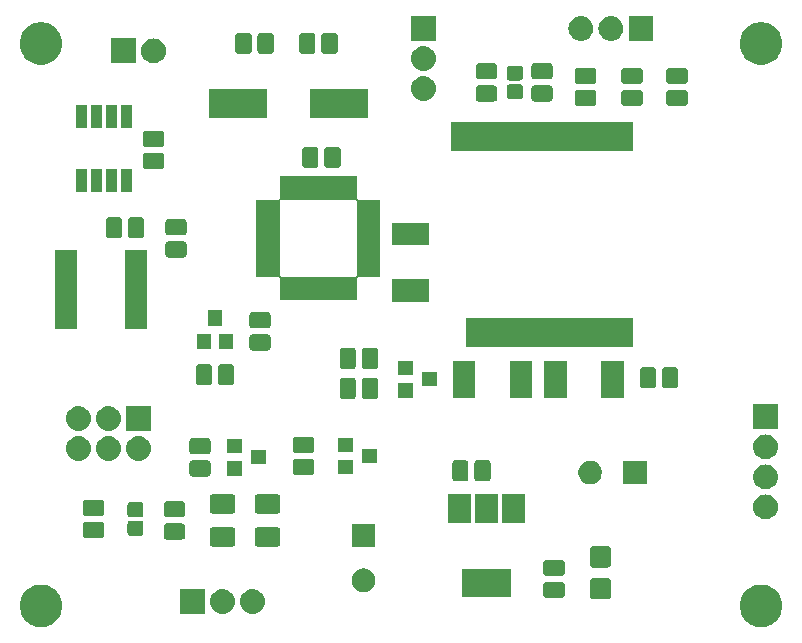
<source format=gbr>
%TF.GenerationSoftware,KiCad,Pcbnew,5.0.2-bee76a0~70~ubuntu18.04.1*%
%TF.CreationDate,2019-02-11T00:28:03+03:00*%
%TF.ProjectId,jeep-radio,6a656570-2d72-4616-9469-6f2e6b696361,rev?*%
%TF.SameCoordinates,Original*%
%TF.FileFunction,Soldermask,Top*%
%TF.FilePolarity,Negative*%
%FSLAX46Y46*%
G04 Gerber Fmt 4.6, Leading zero omitted, Abs format (unit mm)*
G04 Created by KiCad (PCBNEW 5.0.2-bee76a0~70~ubuntu18.04.1) date Пн 11 фев 2019 00:28:03*
%MOMM*%
%LPD*%
G01*
G04 APERTURE LIST*
%ADD10C,0.100000*%
G04 APERTURE END LIST*
D10*
G36*
X177551837Y-117620688D02*
X177695041Y-117649173D01*
X178022620Y-117784861D01*
X178117807Y-117848463D01*
X178317436Y-117981851D01*
X178568149Y-118232564D01*
X178568151Y-118232567D01*
X178754814Y-118511927D01*
X178765140Y-118527382D01*
X178788794Y-118584489D01*
X178890395Y-118829773D01*
X178900827Y-118854960D01*
X178929479Y-118999000D01*
X178970000Y-119202716D01*
X178970000Y-119557284D01*
X178900827Y-119905041D01*
X178847490Y-120033807D01*
X178765140Y-120232618D01*
X178568149Y-120527436D01*
X178317436Y-120778149D01*
X178317433Y-120778151D01*
X178022620Y-120975139D01*
X177695041Y-121110827D01*
X177579122Y-121133885D01*
X177347286Y-121180000D01*
X176992714Y-121180000D01*
X176760878Y-121133885D01*
X176644959Y-121110827D01*
X176317380Y-120975139D01*
X176022567Y-120778151D01*
X176022564Y-120778149D01*
X175771851Y-120527436D01*
X175574860Y-120232618D01*
X175492510Y-120033807D01*
X175439173Y-119905041D01*
X175370000Y-119557284D01*
X175370000Y-119202716D01*
X175410522Y-118999000D01*
X175439173Y-118854960D01*
X175449606Y-118829773D01*
X175551206Y-118584489D01*
X175574860Y-118527382D01*
X175585187Y-118511927D01*
X175771849Y-118232567D01*
X175771851Y-118232564D01*
X176022564Y-117981851D01*
X176222193Y-117848463D01*
X176317380Y-117784861D01*
X176644959Y-117649173D01*
X176788163Y-117620688D01*
X176992714Y-117580000D01*
X177347286Y-117580000D01*
X177551837Y-117620688D01*
X177551837Y-117620688D01*
G37*
G36*
X116586837Y-117620688D02*
X116730041Y-117649173D01*
X117057620Y-117784861D01*
X117152807Y-117848463D01*
X117352436Y-117981851D01*
X117603149Y-118232564D01*
X117603151Y-118232567D01*
X117789814Y-118511927D01*
X117800140Y-118527382D01*
X117823794Y-118584489D01*
X117925395Y-118829773D01*
X117935827Y-118854960D01*
X117964479Y-118999000D01*
X118005000Y-119202716D01*
X118005000Y-119557284D01*
X117935827Y-119905041D01*
X117882490Y-120033807D01*
X117800140Y-120232618D01*
X117603149Y-120527436D01*
X117352436Y-120778149D01*
X117352433Y-120778151D01*
X117057620Y-120975139D01*
X116730041Y-121110827D01*
X116614122Y-121133885D01*
X116382286Y-121180000D01*
X116027714Y-121180000D01*
X115795878Y-121133885D01*
X115679959Y-121110827D01*
X115352380Y-120975139D01*
X115057567Y-120778151D01*
X115057564Y-120778149D01*
X114806851Y-120527436D01*
X114609860Y-120232618D01*
X114527510Y-120033807D01*
X114474173Y-119905041D01*
X114405000Y-119557284D01*
X114405000Y-119202716D01*
X114445522Y-118999000D01*
X114474173Y-118854960D01*
X114484606Y-118829773D01*
X114586206Y-118584489D01*
X114609860Y-118527382D01*
X114620187Y-118511927D01*
X114806849Y-118232567D01*
X114806851Y-118232564D01*
X115057564Y-117981851D01*
X115257193Y-117848463D01*
X115352380Y-117784861D01*
X115679959Y-117649173D01*
X115823163Y-117620688D01*
X116027714Y-117580000D01*
X116382286Y-117580000D01*
X116586837Y-117620688D01*
X116586837Y-117620688D01*
G37*
G36*
X134240707Y-117956596D02*
X134317836Y-117964193D01*
X134449787Y-118004220D01*
X134515763Y-118024233D01*
X134698172Y-118121733D01*
X134858054Y-118252946D01*
X134989267Y-118412828D01*
X135086767Y-118595237D01*
X135099853Y-118638378D01*
X135146807Y-118793164D01*
X135167080Y-118999000D01*
X135146807Y-119204836D01*
X135106780Y-119336787D01*
X135086767Y-119402763D01*
X134989267Y-119585172D01*
X134858054Y-119745054D01*
X134698172Y-119876267D01*
X134515763Y-119973767D01*
X134449787Y-119993780D01*
X134317836Y-120033807D01*
X134240707Y-120041403D01*
X134163580Y-120049000D01*
X134060420Y-120049000D01*
X133983293Y-120041403D01*
X133906164Y-120033807D01*
X133774213Y-119993780D01*
X133708237Y-119973767D01*
X133525828Y-119876267D01*
X133365946Y-119745054D01*
X133234733Y-119585172D01*
X133137233Y-119402763D01*
X133117220Y-119336787D01*
X133077193Y-119204836D01*
X133056920Y-118999000D01*
X133077193Y-118793164D01*
X133124147Y-118638378D01*
X133137233Y-118595237D01*
X133234733Y-118412828D01*
X133365946Y-118252946D01*
X133525828Y-118121733D01*
X133708237Y-118024233D01*
X133774213Y-118004220D01*
X133906164Y-117964193D01*
X133983293Y-117956596D01*
X134060420Y-117949000D01*
X134163580Y-117949000D01*
X134240707Y-117956596D01*
X134240707Y-117956596D01*
G37*
G36*
X130082000Y-120049000D02*
X127982000Y-120049000D01*
X127982000Y-117949000D01*
X130082000Y-117949000D01*
X130082000Y-120049000D01*
X130082000Y-120049000D01*
G37*
G36*
X131700707Y-117956596D02*
X131777836Y-117964193D01*
X131909787Y-118004220D01*
X131975763Y-118024233D01*
X132158172Y-118121733D01*
X132318054Y-118252946D01*
X132449267Y-118412828D01*
X132546767Y-118595237D01*
X132559853Y-118638378D01*
X132606807Y-118793164D01*
X132627080Y-118999000D01*
X132606807Y-119204836D01*
X132566780Y-119336787D01*
X132546767Y-119402763D01*
X132449267Y-119585172D01*
X132318054Y-119745054D01*
X132158172Y-119876267D01*
X131975763Y-119973767D01*
X131909787Y-119993780D01*
X131777836Y-120033807D01*
X131700707Y-120041403D01*
X131623580Y-120049000D01*
X131520420Y-120049000D01*
X131443293Y-120041403D01*
X131366164Y-120033807D01*
X131234213Y-119993780D01*
X131168237Y-119973767D01*
X130985828Y-119876267D01*
X130825946Y-119745054D01*
X130694733Y-119585172D01*
X130597233Y-119402763D01*
X130577220Y-119336787D01*
X130537193Y-119204836D01*
X130516920Y-118999000D01*
X130537193Y-118793164D01*
X130584147Y-118638378D01*
X130597233Y-118595237D01*
X130694733Y-118412828D01*
X130825946Y-118252946D01*
X130985828Y-118121733D01*
X131168237Y-118024233D01*
X131234213Y-118004220D01*
X131366164Y-117964193D01*
X131443293Y-117956596D01*
X131520420Y-117949000D01*
X131623580Y-117949000D01*
X131700707Y-117956596D01*
X131700707Y-117956596D01*
G37*
G36*
X164253378Y-117041308D02*
X164299302Y-117055239D01*
X164341615Y-117077855D01*
X164378705Y-117108295D01*
X164409145Y-117145385D01*
X164431761Y-117187698D01*
X164445692Y-117233622D01*
X164451000Y-117287511D01*
X164451000Y-118584489D01*
X164445692Y-118638378D01*
X164431761Y-118684302D01*
X164409145Y-118726615D01*
X164378705Y-118763705D01*
X164341615Y-118794145D01*
X164299302Y-118816761D01*
X164253378Y-118830692D01*
X164199489Y-118836000D01*
X162952511Y-118836000D01*
X162898622Y-118830692D01*
X162852698Y-118816761D01*
X162810385Y-118794145D01*
X162773295Y-118763705D01*
X162742855Y-118726615D01*
X162720239Y-118684302D01*
X162706308Y-118638378D01*
X162701000Y-118584489D01*
X162701000Y-117287511D01*
X162706308Y-117233622D01*
X162720239Y-117187698D01*
X162742855Y-117145385D01*
X162773295Y-117108295D01*
X162810385Y-117077855D01*
X162852698Y-117055239D01*
X162898622Y-117041308D01*
X162952511Y-117036000D01*
X164199489Y-117036000D01*
X164253378Y-117041308D01*
X164253378Y-117041308D01*
G37*
G36*
X160312497Y-117349997D02*
X160365153Y-117365970D01*
X160413665Y-117391900D01*
X160456196Y-117426804D01*
X160491100Y-117469335D01*
X160517030Y-117517847D01*
X160533003Y-117570503D01*
X160539000Y-117631390D01*
X160539000Y-118431610D01*
X160533003Y-118492497D01*
X160517030Y-118545153D01*
X160491100Y-118593665D01*
X160456196Y-118636196D01*
X160413665Y-118671100D01*
X160365153Y-118697030D01*
X160312497Y-118713003D01*
X160251610Y-118719000D01*
X159026390Y-118719000D01*
X158965503Y-118713003D01*
X158912847Y-118697030D01*
X158864335Y-118671100D01*
X158821804Y-118636196D01*
X158786900Y-118593665D01*
X158760970Y-118545153D01*
X158744997Y-118492497D01*
X158739000Y-118431610D01*
X158739000Y-117631390D01*
X158744997Y-117570503D01*
X158760970Y-117517847D01*
X158786900Y-117469335D01*
X158821804Y-117426804D01*
X158864335Y-117391900D01*
X158912847Y-117365970D01*
X158965503Y-117349997D01*
X159026390Y-117344000D01*
X160251610Y-117344000D01*
X160312497Y-117349997D01*
X160312497Y-117349997D01*
G37*
G36*
X156024000Y-118650000D02*
X151824000Y-118650000D01*
X151824000Y-116250000D01*
X156024000Y-116250000D01*
X156024000Y-118650000D01*
X156024000Y-118650000D01*
G37*
G36*
X143685770Y-116226372D02*
X143801689Y-116249429D01*
X143983678Y-116324811D01*
X144147463Y-116434249D01*
X144286751Y-116573537D01*
X144396189Y-116737322D01*
X144471571Y-116919311D01*
X144494628Y-117035230D01*
X144505646Y-117090616D01*
X144510000Y-117112509D01*
X144510000Y-117309491D01*
X144471571Y-117502689D01*
X144396189Y-117684678D01*
X144286751Y-117848463D01*
X144147463Y-117987751D01*
X143983678Y-118097189D01*
X143801689Y-118172571D01*
X143685770Y-118195628D01*
X143608493Y-118211000D01*
X143411507Y-118211000D01*
X143334230Y-118195628D01*
X143218311Y-118172571D01*
X143036322Y-118097189D01*
X142872537Y-117987751D01*
X142733249Y-117848463D01*
X142623811Y-117684678D01*
X142548429Y-117502689D01*
X142510000Y-117309491D01*
X142510000Y-117112509D01*
X142514355Y-117090616D01*
X142525372Y-117035230D01*
X142548429Y-116919311D01*
X142623811Y-116737322D01*
X142733249Y-116573537D01*
X142872537Y-116434249D01*
X143036322Y-116324811D01*
X143218311Y-116249429D01*
X143334230Y-116226372D01*
X143411507Y-116211000D01*
X143608493Y-116211000D01*
X143685770Y-116226372D01*
X143685770Y-116226372D01*
G37*
G36*
X160312497Y-115474997D02*
X160365153Y-115490970D01*
X160413665Y-115516900D01*
X160456196Y-115551804D01*
X160491100Y-115594335D01*
X160517030Y-115642847D01*
X160533003Y-115695503D01*
X160539000Y-115756390D01*
X160539000Y-116556610D01*
X160533003Y-116617497D01*
X160517030Y-116670153D01*
X160491100Y-116718665D01*
X160456196Y-116761196D01*
X160413665Y-116796100D01*
X160365153Y-116822030D01*
X160312497Y-116838003D01*
X160251610Y-116844000D01*
X159026390Y-116844000D01*
X158965503Y-116838003D01*
X158912847Y-116822030D01*
X158864335Y-116796100D01*
X158821804Y-116761196D01*
X158786900Y-116718665D01*
X158760970Y-116670153D01*
X158744997Y-116617497D01*
X158739000Y-116556610D01*
X158739000Y-115756390D01*
X158744997Y-115695503D01*
X158760970Y-115642847D01*
X158786900Y-115594335D01*
X158821804Y-115551804D01*
X158864335Y-115516900D01*
X158912847Y-115490970D01*
X158965503Y-115474997D01*
X159026390Y-115469000D01*
X160251610Y-115469000D01*
X160312497Y-115474997D01*
X160312497Y-115474997D01*
G37*
G36*
X164253378Y-114341308D02*
X164299302Y-114355239D01*
X164341615Y-114377855D01*
X164378705Y-114408295D01*
X164409145Y-114445385D01*
X164431761Y-114487698D01*
X164445692Y-114533622D01*
X164451000Y-114587511D01*
X164451000Y-115884489D01*
X164445692Y-115938378D01*
X164431761Y-115984302D01*
X164409145Y-116026615D01*
X164378705Y-116063705D01*
X164341615Y-116094145D01*
X164299302Y-116116761D01*
X164253378Y-116130692D01*
X164199489Y-116136000D01*
X162952511Y-116136000D01*
X162898622Y-116130692D01*
X162852698Y-116116761D01*
X162810385Y-116094145D01*
X162773295Y-116063705D01*
X162742855Y-116026615D01*
X162720239Y-115984302D01*
X162706308Y-115938378D01*
X162701000Y-115884489D01*
X162701000Y-114587511D01*
X162706308Y-114533622D01*
X162720239Y-114487698D01*
X162742855Y-114445385D01*
X162773295Y-114408295D01*
X162810385Y-114377855D01*
X162852698Y-114355239D01*
X162898622Y-114341308D01*
X162952511Y-114336000D01*
X164199489Y-114336000D01*
X164253378Y-114341308D01*
X164253378Y-114341308D01*
G37*
G36*
X144510000Y-114411000D02*
X142510000Y-114411000D01*
X142510000Y-112411000D01*
X144510000Y-112411000D01*
X144510000Y-114411000D01*
X144510000Y-114411000D01*
G37*
G36*
X132441628Y-112721493D02*
X132489354Y-112735970D01*
X132533336Y-112759479D01*
X132571885Y-112791115D01*
X132603521Y-112829664D01*
X132627030Y-112873646D01*
X132641507Y-112921372D01*
X132647000Y-112977141D01*
X132647000Y-114104859D01*
X132641507Y-114160628D01*
X132627030Y-114208354D01*
X132603521Y-114252336D01*
X132571885Y-114290885D01*
X132533336Y-114322521D01*
X132489354Y-114346030D01*
X132441628Y-114360507D01*
X132385859Y-114366000D01*
X130758141Y-114366000D01*
X130702372Y-114360507D01*
X130654646Y-114346030D01*
X130610664Y-114322521D01*
X130572115Y-114290885D01*
X130540479Y-114252336D01*
X130516970Y-114208354D01*
X130502493Y-114160628D01*
X130497000Y-114104859D01*
X130497000Y-112977141D01*
X130502493Y-112921372D01*
X130516970Y-112873646D01*
X130540479Y-112829664D01*
X130572115Y-112791115D01*
X130610664Y-112759479D01*
X130654646Y-112735970D01*
X130702372Y-112721493D01*
X130758141Y-112716000D01*
X132385859Y-112716000D01*
X132441628Y-112721493D01*
X132441628Y-112721493D01*
G37*
G36*
X136251628Y-112721493D02*
X136299354Y-112735970D01*
X136343336Y-112759479D01*
X136381885Y-112791115D01*
X136413521Y-112829664D01*
X136437030Y-112873646D01*
X136451507Y-112921372D01*
X136457000Y-112977141D01*
X136457000Y-114104859D01*
X136451507Y-114160628D01*
X136437030Y-114208354D01*
X136413521Y-114252336D01*
X136381885Y-114290885D01*
X136343336Y-114322521D01*
X136299354Y-114346030D01*
X136251628Y-114360507D01*
X136195859Y-114366000D01*
X134568141Y-114366000D01*
X134512372Y-114360507D01*
X134464646Y-114346030D01*
X134420664Y-114322521D01*
X134382115Y-114290885D01*
X134350479Y-114252336D01*
X134326970Y-114208354D01*
X134312493Y-114160628D01*
X134307000Y-114104859D01*
X134307000Y-112977141D01*
X134312493Y-112921372D01*
X134326970Y-112873646D01*
X134350479Y-112829664D01*
X134382115Y-112791115D01*
X134420664Y-112759479D01*
X134464646Y-112735970D01*
X134512372Y-112721493D01*
X134568141Y-112716000D01*
X136195859Y-112716000D01*
X136251628Y-112721493D01*
X136251628Y-112721493D01*
G37*
G36*
X128181497Y-112396997D02*
X128234153Y-112412970D01*
X128282665Y-112438900D01*
X128325196Y-112473804D01*
X128360100Y-112516335D01*
X128386030Y-112564847D01*
X128402003Y-112617503D01*
X128408000Y-112678390D01*
X128408000Y-113478610D01*
X128402003Y-113539497D01*
X128386030Y-113592153D01*
X128360100Y-113640665D01*
X128325196Y-113683196D01*
X128282665Y-113718100D01*
X128234153Y-113744030D01*
X128181497Y-113760003D01*
X128120610Y-113766000D01*
X126895390Y-113766000D01*
X126834503Y-113760003D01*
X126781847Y-113744030D01*
X126733335Y-113718100D01*
X126690804Y-113683196D01*
X126655900Y-113640665D01*
X126629970Y-113592153D01*
X126613997Y-113539497D01*
X126608000Y-113478610D01*
X126608000Y-112678390D01*
X126613997Y-112617503D01*
X126629970Y-112564847D01*
X126655900Y-112516335D01*
X126690804Y-112473804D01*
X126733335Y-112438900D01*
X126781847Y-112412970D01*
X126834503Y-112396997D01*
X126895390Y-112391000D01*
X128120610Y-112391000D01*
X128181497Y-112396997D01*
X128181497Y-112396997D01*
G37*
G36*
X121323497Y-112269997D02*
X121376153Y-112285970D01*
X121424665Y-112311900D01*
X121467196Y-112346804D01*
X121502100Y-112389335D01*
X121528030Y-112437847D01*
X121544003Y-112490503D01*
X121550000Y-112551390D01*
X121550000Y-113351610D01*
X121544003Y-113412497D01*
X121528030Y-113465153D01*
X121502100Y-113513665D01*
X121467196Y-113556196D01*
X121424665Y-113591100D01*
X121376153Y-113617030D01*
X121323497Y-113633003D01*
X121262610Y-113639000D01*
X120037390Y-113639000D01*
X119976503Y-113633003D01*
X119923847Y-113617030D01*
X119875335Y-113591100D01*
X119832804Y-113556196D01*
X119797900Y-113513665D01*
X119771970Y-113465153D01*
X119755997Y-113412497D01*
X119750000Y-113351610D01*
X119750000Y-112551390D01*
X119755997Y-112490503D01*
X119771970Y-112437847D01*
X119797900Y-112389335D01*
X119832804Y-112346804D01*
X119875335Y-112311900D01*
X119923847Y-112285970D01*
X119976503Y-112269997D01*
X120037390Y-112264000D01*
X121262610Y-112264000D01*
X121323497Y-112269997D01*
X121323497Y-112269997D01*
G37*
G36*
X124674622Y-112169517D02*
X124722585Y-112184066D01*
X124766775Y-112207686D01*
X124805518Y-112239482D01*
X124837314Y-112278225D01*
X124860934Y-112322415D01*
X124875483Y-112370378D01*
X124881000Y-112426391D01*
X124881000Y-113176609D01*
X124875483Y-113232622D01*
X124860934Y-113280585D01*
X124837314Y-113324775D01*
X124805518Y-113363518D01*
X124766775Y-113395314D01*
X124722585Y-113418934D01*
X124674622Y-113433483D01*
X124618609Y-113439000D01*
X123793391Y-113439000D01*
X123737378Y-113433483D01*
X123689415Y-113418934D01*
X123645225Y-113395314D01*
X123606482Y-113363518D01*
X123574686Y-113324775D01*
X123551066Y-113280585D01*
X123536517Y-113232622D01*
X123531000Y-113176609D01*
X123531000Y-112426391D01*
X123536517Y-112370378D01*
X123551066Y-112322415D01*
X123574686Y-112278225D01*
X123606482Y-112239482D01*
X123645225Y-112207686D01*
X123689415Y-112184066D01*
X123737378Y-112169517D01*
X123793391Y-112164000D01*
X124618609Y-112164000D01*
X124674622Y-112169517D01*
X124674622Y-112169517D01*
G37*
G36*
X154874000Y-112350000D02*
X152974000Y-112350000D01*
X152974000Y-109950000D01*
X154874000Y-109950000D01*
X154874000Y-112350000D01*
X154874000Y-112350000D01*
G37*
G36*
X157174000Y-112350000D02*
X155274000Y-112350000D01*
X155274000Y-109950000D01*
X157174000Y-109950000D01*
X157174000Y-112350000D01*
X157174000Y-112350000D01*
G37*
G36*
X152574000Y-112350000D02*
X150674000Y-112350000D01*
X150674000Y-109950000D01*
X152574000Y-109950000D01*
X152574000Y-112350000D01*
X152574000Y-112350000D01*
G37*
G36*
X177674707Y-109955596D02*
X177751836Y-109963193D01*
X177883787Y-110003220D01*
X177949763Y-110023233D01*
X178132172Y-110120733D01*
X178292054Y-110251946D01*
X178423267Y-110411828D01*
X178520767Y-110594237D01*
X178520767Y-110594238D01*
X178580807Y-110792164D01*
X178601080Y-110998000D01*
X178580807Y-111203836D01*
X178571050Y-111236000D01*
X178520767Y-111401763D01*
X178423267Y-111584172D01*
X178292054Y-111744054D01*
X178132172Y-111875267D01*
X177949763Y-111972767D01*
X177883787Y-111992780D01*
X177751836Y-112032807D01*
X177674707Y-112040403D01*
X177597580Y-112048000D01*
X177494420Y-112048000D01*
X177417293Y-112040403D01*
X177340164Y-112032807D01*
X177208213Y-111992780D01*
X177142237Y-111972767D01*
X176959828Y-111875267D01*
X176799946Y-111744054D01*
X176668733Y-111584172D01*
X176571233Y-111401763D01*
X176520950Y-111236000D01*
X176511193Y-111203836D01*
X176490920Y-110998000D01*
X176511193Y-110792164D01*
X176571233Y-110594238D01*
X176571233Y-110594237D01*
X176668733Y-110411828D01*
X176799946Y-110251946D01*
X176959828Y-110120733D01*
X177142237Y-110023233D01*
X177208213Y-110003220D01*
X177340164Y-109963193D01*
X177417293Y-109955596D01*
X177494420Y-109948000D01*
X177597580Y-109948000D01*
X177674707Y-109955596D01*
X177674707Y-109955596D01*
G37*
G36*
X128181497Y-110521997D02*
X128234153Y-110537970D01*
X128282665Y-110563900D01*
X128325196Y-110598804D01*
X128360100Y-110641335D01*
X128386030Y-110689847D01*
X128402003Y-110742503D01*
X128408000Y-110803390D01*
X128408000Y-111603610D01*
X128402003Y-111664497D01*
X128386030Y-111717153D01*
X128360100Y-111765665D01*
X128325196Y-111808196D01*
X128282665Y-111843100D01*
X128234153Y-111869030D01*
X128181497Y-111885003D01*
X128120610Y-111891000D01*
X126895390Y-111891000D01*
X126834503Y-111885003D01*
X126781847Y-111869030D01*
X126733335Y-111843100D01*
X126690804Y-111808196D01*
X126655900Y-111765665D01*
X126629970Y-111717153D01*
X126613997Y-111664497D01*
X126608000Y-111603610D01*
X126608000Y-110803390D01*
X126613997Y-110742503D01*
X126629970Y-110689847D01*
X126655900Y-110641335D01*
X126690804Y-110598804D01*
X126733335Y-110563900D01*
X126781847Y-110537970D01*
X126834503Y-110521997D01*
X126895390Y-110516000D01*
X128120610Y-110516000D01*
X128181497Y-110521997D01*
X128181497Y-110521997D01*
G37*
G36*
X124674622Y-110594517D02*
X124722585Y-110609066D01*
X124766775Y-110632686D01*
X124805518Y-110664482D01*
X124837314Y-110703225D01*
X124860934Y-110747415D01*
X124875483Y-110795378D01*
X124881000Y-110851391D01*
X124881000Y-111601609D01*
X124875483Y-111657622D01*
X124860934Y-111705585D01*
X124837314Y-111749775D01*
X124805518Y-111788518D01*
X124766775Y-111820314D01*
X124722585Y-111843934D01*
X124674622Y-111858483D01*
X124618609Y-111864000D01*
X123793391Y-111864000D01*
X123737378Y-111858483D01*
X123689415Y-111843934D01*
X123645225Y-111820314D01*
X123606482Y-111788518D01*
X123574686Y-111749775D01*
X123551066Y-111705585D01*
X123536517Y-111657622D01*
X123531000Y-111601609D01*
X123531000Y-110851391D01*
X123536517Y-110795378D01*
X123551066Y-110747415D01*
X123574686Y-110703225D01*
X123606482Y-110664482D01*
X123645225Y-110632686D01*
X123689415Y-110609066D01*
X123737378Y-110594517D01*
X123793391Y-110589000D01*
X124618609Y-110589000D01*
X124674622Y-110594517D01*
X124674622Y-110594517D01*
G37*
G36*
X121323497Y-110394997D02*
X121376153Y-110410970D01*
X121424665Y-110436900D01*
X121467196Y-110471804D01*
X121502100Y-110514335D01*
X121528030Y-110562847D01*
X121544003Y-110615503D01*
X121550000Y-110676390D01*
X121550000Y-111476610D01*
X121544003Y-111537497D01*
X121528030Y-111590153D01*
X121502100Y-111638665D01*
X121467196Y-111681196D01*
X121424665Y-111716100D01*
X121376153Y-111742030D01*
X121323497Y-111758003D01*
X121262610Y-111764000D01*
X120037390Y-111764000D01*
X119976503Y-111758003D01*
X119923847Y-111742030D01*
X119875335Y-111716100D01*
X119832804Y-111681196D01*
X119797900Y-111638665D01*
X119771970Y-111590153D01*
X119755997Y-111537497D01*
X119750000Y-111476610D01*
X119750000Y-110676390D01*
X119755997Y-110615503D01*
X119771970Y-110562847D01*
X119797900Y-110514335D01*
X119832804Y-110471804D01*
X119875335Y-110436900D01*
X119923847Y-110410970D01*
X119976503Y-110394997D01*
X120037390Y-110389000D01*
X121262610Y-110389000D01*
X121323497Y-110394997D01*
X121323497Y-110394997D01*
G37*
G36*
X132441628Y-109921493D02*
X132489354Y-109935970D01*
X132533336Y-109959479D01*
X132571885Y-109991115D01*
X132603521Y-110029664D01*
X132627030Y-110073646D01*
X132641507Y-110121372D01*
X132647000Y-110177141D01*
X132647000Y-111304859D01*
X132641507Y-111360628D01*
X132627030Y-111408354D01*
X132603521Y-111452336D01*
X132571885Y-111490885D01*
X132533336Y-111522521D01*
X132489354Y-111546030D01*
X132441628Y-111560507D01*
X132385859Y-111566000D01*
X130758141Y-111566000D01*
X130702372Y-111560507D01*
X130654646Y-111546030D01*
X130610664Y-111522521D01*
X130572115Y-111490885D01*
X130540479Y-111452336D01*
X130516970Y-111408354D01*
X130502493Y-111360628D01*
X130497000Y-111304859D01*
X130497000Y-110177141D01*
X130502493Y-110121372D01*
X130516970Y-110073646D01*
X130540479Y-110029664D01*
X130572115Y-109991115D01*
X130610664Y-109959479D01*
X130654646Y-109935970D01*
X130702372Y-109921493D01*
X130758141Y-109916000D01*
X132385859Y-109916000D01*
X132441628Y-109921493D01*
X132441628Y-109921493D01*
G37*
G36*
X136251628Y-109921493D02*
X136299354Y-109935970D01*
X136343336Y-109959479D01*
X136381885Y-109991115D01*
X136413521Y-110029664D01*
X136437030Y-110073646D01*
X136451507Y-110121372D01*
X136457000Y-110177141D01*
X136457000Y-111304859D01*
X136451507Y-111360628D01*
X136437030Y-111408354D01*
X136413521Y-111452336D01*
X136381885Y-111490885D01*
X136343336Y-111522521D01*
X136299354Y-111546030D01*
X136251628Y-111560507D01*
X136195859Y-111566000D01*
X134568141Y-111566000D01*
X134512372Y-111560507D01*
X134464646Y-111546030D01*
X134420664Y-111522521D01*
X134382115Y-111490885D01*
X134350479Y-111452336D01*
X134326970Y-111408354D01*
X134312493Y-111360628D01*
X134307000Y-111304859D01*
X134307000Y-110177141D01*
X134312493Y-110121372D01*
X134326970Y-110073646D01*
X134350479Y-110029664D01*
X134382115Y-109991115D01*
X134420664Y-109959479D01*
X134464646Y-109935970D01*
X134512372Y-109921493D01*
X134568141Y-109916000D01*
X136195859Y-109916000D01*
X136251628Y-109921493D01*
X136251628Y-109921493D01*
G37*
G36*
X177674707Y-107415597D02*
X177751836Y-107423193D01*
X177883787Y-107463220D01*
X177949763Y-107483233D01*
X178132172Y-107580733D01*
X178292054Y-107711946D01*
X178423267Y-107871828D01*
X178520767Y-108054237D01*
X178532464Y-108092797D01*
X178580807Y-108252164D01*
X178601080Y-108458000D01*
X178580807Y-108663836D01*
X178554876Y-108749318D01*
X178520767Y-108861763D01*
X178423267Y-109044172D01*
X178292054Y-109204054D01*
X178132172Y-109335267D01*
X177949763Y-109432767D01*
X177883787Y-109452780D01*
X177751836Y-109492807D01*
X177674707Y-109500404D01*
X177597580Y-109508000D01*
X177494420Y-109508000D01*
X177417293Y-109500404D01*
X177340164Y-109492807D01*
X177208213Y-109452780D01*
X177142237Y-109432767D01*
X176959828Y-109335267D01*
X176799946Y-109204054D01*
X176668733Y-109044172D01*
X176571233Y-108861763D01*
X176537124Y-108749318D01*
X176511193Y-108663836D01*
X176490920Y-108458000D01*
X176511193Y-108252164D01*
X176559536Y-108092797D01*
X176571233Y-108054237D01*
X176668733Y-107871828D01*
X176799946Y-107711946D01*
X176959828Y-107580733D01*
X177142237Y-107483233D01*
X177208213Y-107463220D01*
X177340164Y-107423193D01*
X177417293Y-107415597D01*
X177494420Y-107408000D01*
X177597580Y-107408000D01*
X177674707Y-107415597D01*
X177674707Y-107415597D01*
G37*
G36*
X167497000Y-109077000D02*
X165497000Y-109077000D01*
X165497000Y-107077000D01*
X167497000Y-107077000D01*
X167497000Y-109077000D01*
X167497000Y-109077000D01*
G37*
G36*
X162872770Y-107092372D02*
X162988689Y-107115429D01*
X163170678Y-107190811D01*
X163334463Y-107300249D01*
X163473751Y-107439537D01*
X163583189Y-107603322D01*
X163658571Y-107785311D01*
X163697000Y-107978509D01*
X163697000Y-108175491D01*
X163658571Y-108368689D01*
X163583189Y-108550678D01*
X163473751Y-108714463D01*
X163334463Y-108853751D01*
X163170678Y-108963189D01*
X162988689Y-109038571D01*
X162872770Y-109061628D01*
X162795493Y-109077000D01*
X162598507Y-109077000D01*
X162521230Y-109061628D01*
X162405311Y-109038571D01*
X162223322Y-108963189D01*
X162059537Y-108853751D01*
X161920249Y-108714463D01*
X161810811Y-108550678D01*
X161735429Y-108368689D01*
X161697000Y-108175491D01*
X161697000Y-107978509D01*
X161735429Y-107785311D01*
X161810811Y-107603322D01*
X161920249Y-107439537D01*
X162059537Y-107300249D01*
X162223322Y-107190811D01*
X162405311Y-107115429D01*
X162521230Y-107092372D01*
X162598507Y-107077000D01*
X162795493Y-107077000D01*
X162872770Y-107092372D01*
X162872770Y-107092372D01*
G37*
G36*
X154052497Y-107055997D02*
X154105153Y-107071970D01*
X154153665Y-107097900D01*
X154196196Y-107132804D01*
X154231100Y-107175335D01*
X154257030Y-107223847D01*
X154273003Y-107276503D01*
X154279000Y-107337390D01*
X154279000Y-108562610D01*
X154273003Y-108623497D01*
X154257030Y-108676153D01*
X154231100Y-108724665D01*
X154196196Y-108767196D01*
X154153665Y-108802100D01*
X154105153Y-108828030D01*
X154052497Y-108844003D01*
X153991610Y-108850000D01*
X153191390Y-108850000D01*
X153130503Y-108844003D01*
X153077847Y-108828030D01*
X153029335Y-108802100D01*
X152986804Y-108767196D01*
X152951900Y-108724665D01*
X152925970Y-108676153D01*
X152909997Y-108623497D01*
X152904000Y-108562610D01*
X152904000Y-107337390D01*
X152909997Y-107276503D01*
X152925970Y-107223847D01*
X152951900Y-107175335D01*
X152986804Y-107132804D01*
X153029335Y-107097900D01*
X153077847Y-107071970D01*
X153130503Y-107055997D01*
X153191390Y-107050000D01*
X153991610Y-107050000D01*
X154052497Y-107055997D01*
X154052497Y-107055997D01*
G37*
G36*
X152177497Y-107055997D02*
X152230153Y-107071970D01*
X152278665Y-107097900D01*
X152321196Y-107132804D01*
X152356100Y-107175335D01*
X152382030Y-107223847D01*
X152398003Y-107276503D01*
X152404000Y-107337390D01*
X152404000Y-108562610D01*
X152398003Y-108623497D01*
X152382030Y-108676153D01*
X152356100Y-108724665D01*
X152321196Y-108767196D01*
X152278665Y-108802100D01*
X152230153Y-108828030D01*
X152177497Y-108844003D01*
X152116610Y-108850000D01*
X151316390Y-108850000D01*
X151255503Y-108844003D01*
X151202847Y-108828030D01*
X151154335Y-108802100D01*
X151111804Y-108767196D01*
X151076900Y-108724665D01*
X151050970Y-108676153D01*
X151034997Y-108623497D01*
X151029000Y-108562610D01*
X151029000Y-107337390D01*
X151034997Y-107276503D01*
X151050970Y-107223847D01*
X151076900Y-107175335D01*
X151111804Y-107132804D01*
X151154335Y-107097900D01*
X151202847Y-107071970D01*
X151255503Y-107055997D01*
X151316390Y-107050000D01*
X152116610Y-107050000D01*
X152177497Y-107055997D01*
X152177497Y-107055997D01*
G37*
G36*
X130340497Y-107062997D02*
X130393153Y-107078970D01*
X130441665Y-107104900D01*
X130484196Y-107139804D01*
X130519100Y-107182335D01*
X130545030Y-107230847D01*
X130561003Y-107283503D01*
X130567000Y-107344390D01*
X130567000Y-108144610D01*
X130561003Y-108205497D01*
X130545030Y-108258153D01*
X130519100Y-108306665D01*
X130484196Y-108349196D01*
X130441665Y-108384100D01*
X130393153Y-108410030D01*
X130340497Y-108426003D01*
X130279610Y-108432000D01*
X129054390Y-108432000D01*
X128993503Y-108426003D01*
X128940847Y-108410030D01*
X128892335Y-108384100D01*
X128849804Y-108349196D01*
X128814900Y-108306665D01*
X128788970Y-108258153D01*
X128772997Y-108205497D01*
X128767000Y-108144610D01*
X128767000Y-107344390D01*
X128772997Y-107283503D01*
X128788970Y-107230847D01*
X128814900Y-107182335D01*
X128849804Y-107139804D01*
X128892335Y-107104900D01*
X128940847Y-107078970D01*
X128993503Y-107062997D01*
X129054390Y-107057000D01*
X130279610Y-107057000D01*
X130340497Y-107062997D01*
X130340497Y-107062997D01*
G37*
G36*
X133254000Y-108357000D02*
X131954000Y-108357000D01*
X131954000Y-107157000D01*
X133254000Y-107157000D01*
X133254000Y-108357000D01*
X133254000Y-108357000D01*
G37*
G36*
X139103497Y-106935997D02*
X139156153Y-106951970D01*
X139204665Y-106977900D01*
X139247196Y-107012804D01*
X139282100Y-107055335D01*
X139308030Y-107103847D01*
X139324003Y-107156503D01*
X139330000Y-107217390D01*
X139330000Y-108017610D01*
X139324003Y-108078497D01*
X139308030Y-108131153D01*
X139282100Y-108179665D01*
X139247196Y-108222196D01*
X139204665Y-108257100D01*
X139156153Y-108283030D01*
X139103497Y-108299003D01*
X139042610Y-108305000D01*
X137817390Y-108305000D01*
X137756503Y-108299003D01*
X137703847Y-108283030D01*
X137655335Y-108257100D01*
X137612804Y-108222196D01*
X137577900Y-108179665D01*
X137551970Y-108131153D01*
X137535997Y-108078497D01*
X137530000Y-108017610D01*
X137530000Y-107217390D01*
X137535997Y-107156503D01*
X137551970Y-107103847D01*
X137577900Y-107055335D01*
X137612804Y-107012804D01*
X137655335Y-106977900D01*
X137703847Y-106951970D01*
X137756503Y-106935997D01*
X137817390Y-106930000D01*
X139042610Y-106930000D01*
X139103497Y-106935997D01*
X139103497Y-106935997D01*
G37*
G36*
X142652000Y-108230000D02*
X141352000Y-108230000D01*
X141352000Y-107030000D01*
X142652000Y-107030000D01*
X142652000Y-108230000D01*
X142652000Y-108230000D01*
G37*
G36*
X135254000Y-107407000D02*
X133954000Y-107407000D01*
X133954000Y-106207000D01*
X135254000Y-106207000D01*
X135254000Y-107407000D01*
X135254000Y-107407000D01*
G37*
G36*
X144652000Y-107280000D02*
X143352000Y-107280000D01*
X143352000Y-106080000D01*
X144652000Y-106080000D01*
X144652000Y-107280000D01*
X144652000Y-107280000D01*
G37*
G36*
X122048707Y-105002596D02*
X122125836Y-105010193D01*
X122226513Y-105040733D01*
X122323763Y-105070233D01*
X122506172Y-105167733D01*
X122666054Y-105298946D01*
X122797267Y-105458828D01*
X122894767Y-105641237D01*
X122894767Y-105641238D01*
X122954807Y-105839164D01*
X122975080Y-106045000D01*
X122954807Y-106250836D01*
X122918032Y-106372068D01*
X122894767Y-106448763D01*
X122797267Y-106631172D01*
X122666054Y-106791054D01*
X122506172Y-106922267D01*
X122323763Y-107019767D01*
X122287780Y-107030682D01*
X122125836Y-107079807D01*
X122048707Y-107087404D01*
X121971580Y-107095000D01*
X121868420Y-107095000D01*
X121791293Y-107087404D01*
X121714164Y-107079807D01*
X121552220Y-107030682D01*
X121516237Y-107019767D01*
X121333828Y-106922267D01*
X121173946Y-106791054D01*
X121042733Y-106631172D01*
X120945233Y-106448763D01*
X120921968Y-106372068D01*
X120885193Y-106250836D01*
X120864920Y-106045000D01*
X120885193Y-105839164D01*
X120945233Y-105641238D01*
X120945233Y-105641237D01*
X121042733Y-105458828D01*
X121173946Y-105298946D01*
X121333828Y-105167733D01*
X121516237Y-105070233D01*
X121613487Y-105040733D01*
X121714164Y-105010193D01*
X121791293Y-105002596D01*
X121868420Y-104995000D01*
X121971580Y-104995000D01*
X122048707Y-105002596D01*
X122048707Y-105002596D01*
G37*
G36*
X119508707Y-105002596D02*
X119585836Y-105010193D01*
X119686513Y-105040733D01*
X119783763Y-105070233D01*
X119966172Y-105167733D01*
X120126054Y-105298946D01*
X120257267Y-105458828D01*
X120354767Y-105641237D01*
X120354767Y-105641238D01*
X120414807Y-105839164D01*
X120435080Y-106045000D01*
X120414807Y-106250836D01*
X120378032Y-106372068D01*
X120354767Y-106448763D01*
X120257267Y-106631172D01*
X120126054Y-106791054D01*
X119966172Y-106922267D01*
X119783763Y-107019767D01*
X119747780Y-107030682D01*
X119585836Y-107079807D01*
X119508707Y-107087404D01*
X119431580Y-107095000D01*
X119328420Y-107095000D01*
X119251293Y-107087404D01*
X119174164Y-107079807D01*
X119012220Y-107030682D01*
X118976237Y-107019767D01*
X118793828Y-106922267D01*
X118633946Y-106791054D01*
X118502733Y-106631172D01*
X118405233Y-106448763D01*
X118381968Y-106372068D01*
X118345193Y-106250836D01*
X118324920Y-106045000D01*
X118345193Y-105839164D01*
X118405233Y-105641238D01*
X118405233Y-105641237D01*
X118502733Y-105458828D01*
X118633946Y-105298946D01*
X118793828Y-105167733D01*
X118976237Y-105070233D01*
X119073487Y-105040733D01*
X119174164Y-105010193D01*
X119251293Y-105002596D01*
X119328420Y-104995000D01*
X119431580Y-104995000D01*
X119508707Y-105002596D01*
X119508707Y-105002596D01*
G37*
G36*
X124588707Y-105002596D02*
X124665836Y-105010193D01*
X124766513Y-105040733D01*
X124863763Y-105070233D01*
X125046172Y-105167733D01*
X125206054Y-105298946D01*
X125337267Y-105458828D01*
X125434767Y-105641237D01*
X125434767Y-105641238D01*
X125494807Y-105839164D01*
X125515080Y-106045000D01*
X125494807Y-106250836D01*
X125458032Y-106372068D01*
X125434767Y-106448763D01*
X125337267Y-106631172D01*
X125206054Y-106791054D01*
X125046172Y-106922267D01*
X124863763Y-107019767D01*
X124827780Y-107030682D01*
X124665836Y-107079807D01*
X124588707Y-107087404D01*
X124511580Y-107095000D01*
X124408420Y-107095000D01*
X124331293Y-107087404D01*
X124254164Y-107079807D01*
X124092220Y-107030682D01*
X124056237Y-107019767D01*
X123873828Y-106922267D01*
X123713946Y-106791054D01*
X123582733Y-106631172D01*
X123485233Y-106448763D01*
X123461968Y-106372068D01*
X123425193Y-106250836D01*
X123404920Y-106045000D01*
X123425193Y-105839164D01*
X123485233Y-105641238D01*
X123485233Y-105641237D01*
X123582733Y-105458828D01*
X123713946Y-105298946D01*
X123873828Y-105167733D01*
X124056237Y-105070233D01*
X124153487Y-105040733D01*
X124254164Y-105010193D01*
X124331293Y-105002596D01*
X124408420Y-104995000D01*
X124511580Y-104995000D01*
X124588707Y-105002596D01*
X124588707Y-105002596D01*
G37*
G36*
X177674707Y-104875596D02*
X177751836Y-104883193D01*
X177883787Y-104923220D01*
X177949763Y-104943233D01*
X178132172Y-105040733D01*
X178292054Y-105171946D01*
X178423267Y-105331828D01*
X178520767Y-105514237D01*
X178520767Y-105514238D01*
X178580807Y-105712164D01*
X178601080Y-105918000D01*
X178580807Y-106123836D01*
X178552304Y-106217797D01*
X178520767Y-106321763D01*
X178423267Y-106504172D01*
X178292054Y-106664054D01*
X178132172Y-106795267D01*
X177949763Y-106892767D01*
X177883787Y-106912780D01*
X177751836Y-106952807D01*
X177674707Y-106960404D01*
X177597580Y-106968000D01*
X177494420Y-106968000D01*
X177417293Y-106960404D01*
X177340164Y-106952807D01*
X177208213Y-106912780D01*
X177142237Y-106892767D01*
X176959828Y-106795267D01*
X176799946Y-106664054D01*
X176668733Y-106504172D01*
X176571233Y-106321763D01*
X176539696Y-106217797D01*
X176511193Y-106123836D01*
X176490920Y-105918000D01*
X176511193Y-105712164D01*
X176571233Y-105514238D01*
X176571233Y-105514237D01*
X176668733Y-105331828D01*
X176799946Y-105171946D01*
X176959828Y-105040733D01*
X177142237Y-104943233D01*
X177208213Y-104923220D01*
X177340164Y-104883193D01*
X177417293Y-104875597D01*
X177494420Y-104868000D01*
X177597580Y-104868000D01*
X177674707Y-104875596D01*
X177674707Y-104875596D01*
G37*
G36*
X130340497Y-105187997D02*
X130393153Y-105203970D01*
X130441665Y-105229900D01*
X130484196Y-105264804D01*
X130519100Y-105307335D01*
X130545030Y-105355847D01*
X130561003Y-105408503D01*
X130567000Y-105469390D01*
X130567000Y-106269610D01*
X130561003Y-106330497D01*
X130545030Y-106383153D01*
X130519100Y-106431665D01*
X130484196Y-106474196D01*
X130441665Y-106509100D01*
X130393153Y-106535030D01*
X130340497Y-106551003D01*
X130279610Y-106557000D01*
X129054390Y-106557000D01*
X128993503Y-106551003D01*
X128940847Y-106535030D01*
X128892335Y-106509100D01*
X128849804Y-106474196D01*
X128814900Y-106431665D01*
X128788970Y-106383153D01*
X128772997Y-106330497D01*
X128767000Y-106269610D01*
X128767000Y-105469390D01*
X128772997Y-105408503D01*
X128788970Y-105355847D01*
X128814900Y-105307335D01*
X128849804Y-105264804D01*
X128892335Y-105229900D01*
X128940847Y-105203970D01*
X128993503Y-105187997D01*
X129054390Y-105182000D01*
X130279610Y-105182000D01*
X130340497Y-105187997D01*
X130340497Y-105187997D01*
G37*
G36*
X133254000Y-106457000D02*
X131954000Y-106457000D01*
X131954000Y-105257000D01*
X133254000Y-105257000D01*
X133254000Y-106457000D01*
X133254000Y-106457000D01*
G37*
G36*
X139103497Y-105060997D02*
X139156153Y-105076970D01*
X139204665Y-105102900D01*
X139247196Y-105137804D01*
X139282100Y-105180335D01*
X139308030Y-105228847D01*
X139324003Y-105281503D01*
X139330000Y-105342390D01*
X139330000Y-106142610D01*
X139324003Y-106203497D01*
X139308030Y-106256153D01*
X139282100Y-106304665D01*
X139247196Y-106347196D01*
X139204665Y-106382100D01*
X139156153Y-106408030D01*
X139103497Y-106424003D01*
X139042610Y-106430000D01*
X137817390Y-106430000D01*
X137756503Y-106424003D01*
X137703847Y-106408030D01*
X137655335Y-106382100D01*
X137612804Y-106347196D01*
X137577900Y-106304665D01*
X137551970Y-106256153D01*
X137535997Y-106203497D01*
X137530000Y-106142610D01*
X137530000Y-105342390D01*
X137535997Y-105281503D01*
X137551970Y-105228847D01*
X137577900Y-105180335D01*
X137612804Y-105137804D01*
X137655335Y-105102900D01*
X137703847Y-105076970D01*
X137756503Y-105060997D01*
X137817390Y-105055000D01*
X139042610Y-105055000D01*
X139103497Y-105060997D01*
X139103497Y-105060997D01*
G37*
G36*
X142652000Y-106330000D02*
X141352000Y-106330000D01*
X141352000Y-105130000D01*
X142652000Y-105130000D01*
X142652000Y-106330000D01*
X142652000Y-106330000D01*
G37*
G36*
X122048707Y-102462596D02*
X122125836Y-102470193D01*
X122257787Y-102510220D01*
X122323763Y-102530233D01*
X122506172Y-102627733D01*
X122666054Y-102758946D01*
X122797267Y-102918828D01*
X122894767Y-103101237D01*
X122894767Y-103101238D01*
X122954807Y-103299164D01*
X122975080Y-103505000D01*
X122954807Y-103710836D01*
X122914780Y-103842787D01*
X122894767Y-103908763D01*
X122797267Y-104091172D01*
X122666054Y-104251054D01*
X122506172Y-104382267D01*
X122323763Y-104479767D01*
X122257787Y-104499780D01*
X122125836Y-104539807D01*
X122048707Y-104547403D01*
X121971580Y-104555000D01*
X121868420Y-104555000D01*
X121791293Y-104547403D01*
X121714164Y-104539807D01*
X121582213Y-104499780D01*
X121516237Y-104479767D01*
X121333828Y-104382267D01*
X121173946Y-104251054D01*
X121042733Y-104091172D01*
X120945233Y-103908763D01*
X120925220Y-103842787D01*
X120885193Y-103710836D01*
X120864920Y-103505000D01*
X120885193Y-103299164D01*
X120945233Y-103101238D01*
X120945233Y-103101237D01*
X121042733Y-102918828D01*
X121173946Y-102758946D01*
X121333828Y-102627733D01*
X121516237Y-102530233D01*
X121582213Y-102510220D01*
X121714164Y-102470193D01*
X121791293Y-102462596D01*
X121868420Y-102455000D01*
X121971580Y-102455000D01*
X122048707Y-102462596D01*
X122048707Y-102462596D01*
G37*
G36*
X119508707Y-102462596D02*
X119585836Y-102470193D01*
X119717787Y-102510220D01*
X119783763Y-102530233D01*
X119966172Y-102627733D01*
X120126054Y-102758946D01*
X120257267Y-102918828D01*
X120354767Y-103101237D01*
X120354767Y-103101238D01*
X120414807Y-103299164D01*
X120435080Y-103505000D01*
X120414807Y-103710836D01*
X120374780Y-103842787D01*
X120354767Y-103908763D01*
X120257267Y-104091172D01*
X120126054Y-104251054D01*
X119966172Y-104382267D01*
X119783763Y-104479767D01*
X119717787Y-104499780D01*
X119585836Y-104539807D01*
X119508707Y-104547403D01*
X119431580Y-104555000D01*
X119328420Y-104555000D01*
X119251293Y-104547403D01*
X119174164Y-104539807D01*
X119042213Y-104499780D01*
X118976237Y-104479767D01*
X118793828Y-104382267D01*
X118633946Y-104251054D01*
X118502733Y-104091172D01*
X118405233Y-103908763D01*
X118385220Y-103842787D01*
X118345193Y-103710836D01*
X118324920Y-103505000D01*
X118345193Y-103299164D01*
X118405233Y-103101238D01*
X118405233Y-103101237D01*
X118502733Y-102918828D01*
X118633946Y-102758946D01*
X118793828Y-102627733D01*
X118976237Y-102530233D01*
X119042213Y-102510220D01*
X119174164Y-102470193D01*
X119251293Y-102462596D01*
X119328420Y-102455000D01*
X119431580Y-102455000D01*
X119508707Y-102462596D01*
X119508707Y-102462596D01*
G37*
G36*
X125510000Y-104555000D02*
X123410000Y-104555000D01*
X123410000Y-102455000D01*
X125510000Y-102455000D01*
X125510000Y-104555000D01*
X125510000Y-104555000D01*
G37*
G36*
X178596000Y-104428000D02*
X176496000Y-104428000D01*
X176496000Y-102328000D01*
X178596000Y-102328000D01*
X178596000Y-104428000D01*
X178596000Y-104428000D01*
G37*
G36*
X142652497Y-100070997D02*
X142705153Y-100086970D01*
X142753665Y-100112900D01*
X142796196Y-100147804D01*
X142831100Y-100190335D01*
X142857030Y-100238847D01*
X142873003Y-100291503D01*
X142879000Y-100352390D01*
X142879000Y-101577610D01*
X142873003Y-101638497D01*
X142857030Y-101691153D01*
X142831100Y-101739665D01*
X142796196Y-101782196D01*
X142753665Y-101817100D01*
X142705153Y-101843030D01*
X142652497Y-101859003D01*
X142591610Y-101865000D01*
X141791390Y-101865000D01*
X141730503Y-101859003D01*
X141677847Y-101843030D01*
X141629335Y-101817100D01*
X141586804Y-101782196D01*
X141551900Y-101739665D01*
X141525970Y-101691153D01*
X141509997Y-101638497D01*
X141504000Y-101577610D01*
X141504000Y-100352390D01*
X141509997Y-100291503D01*
X141525970Y-100238847D01*
X141551900Y-100190335D01*
X141586804Y-100147804D01*
X141629335Y-100112900D01*
X141677847Y-100086970D01*
X141730503Y-100070997D01*
X141791390Y-100065000D01*
X142591610Y-100065000D01*
X142652497Y-100070997D01*
X142652497Y-100070997D01*
G37*
G36*
X144527497Y-100070997D02*
X144580153Y-100086970D01*
X144628665Y-100112900D01*
X144671196Y-100147804D01*
X144706100Y-100190335D01*
X144732030Y-100238847D01*
X144748003Y-100291503D01*
X144754000Y-100352390D01*
X144754000Y-101577610D01*
X144748003Y-101638497D01*
X144732030Y-101691153D01*
X144706100Y-101739665D01*
X144671196Y-101782196D01*
X144628665Y-101817100D01*
X144580153Y-101843030D01*
X144527497Y-101859003D01*
X144466610Y-101865000D01*
X143666390Y-101865000D01*
X143605503Y-101859003D01*
X143552847Y-101843030D01*
X143504335Y-101817100D01*
X143461804Y-101782196D01*
X143426900Y-101739665D01*
X143400970Y-101691153D01*
X143384997Y-101638497D01*
X143379000Y-101577610D01*
X143379000Y-100352390D01*
X143384997Y-100291503D01*
X143400970Y-100238847D01*
X143426900Y-100190335D01*
X143461804Y-100147804D01*
X143504335Y-100112900D01*
X143552847Y-100086970D01*
X143605503Y-100070997D01*
X143666390Y-100065000D01*
X144466610Y-100065000D01*
X144527497Y-100070997D01*
X144527497Y-100070997D01*
G37*
G36*
X157782000Y-101753000D02*
X155882000Y-101753000D01*
X155882000Y-98653000D01*
X157782000Y-98653000D01*
X157782000Y-101753000D01*
X157782000Y-101753000D01*
G37*
G36*
X147732000Y-101753000D02*
X146432000Y-101753000D01*
X146432000Y-100553000D01*
X147732000Y-100553000D01*
X147732000Y-101753000D01*
X147732000Y-101753000D01*
G37*
G36*
X152982000Y-101753000D02*
X151082000Y-101753000D01*
X151082000Y-98653000D01*
X152982000Y-98653000D01*
X152982000Y-101753000D01*
X152982000Y-101753000D01*
G37*
G36*
X160729000Y-101753000D02*
X158829000Y-101753000D01*
X158829000Y-98653000D01*
X160729000Y-98653000D01*
X160729000Y-101753000D01*
X160729000Y-101753000D01*
G37*
G36*
X165529000Y-101753000D02*
X163629000Y-101753000D01*
X163629000Y-98653000D01*
X165529000Y-98653000D01*
X165529000Y-101753000D01*
X165529000Y-101753000D01*
G37*
G36*
X169927497Y-99181997D02*
X169980153Y-99197970D01*
X170028665Y-99223900D01*
X170071196Y-99258804D01*
X170106100Y-99301335D01*
X170132030Y-99349847D01*
X170148003Y-99402503D01*
X170154000Y-99463390D01*
X170154000Y-100688610D01*
X170148003Y-100749497D01*
X170132030Y-100802153D01*
X170106100Y-100850665D01*
X170071196Y-100893196D01*
X170028665Y-100928100D01*
X169980153Y-100954030D01*
X169927497Y-100970003D01*
X169866610Y-100976000D01*
X169066390Y-100976000D01*
X169005503Y-100970003D01*
X168952847Y-100954030D01*
X168904335Y-100928100D01*
X168861804Y-100893196D01*
X168826900Y-100850665D01*
X168800970Y-100802153D01*
X168784997Y-100749497D01*
X168779000Y-100688610D01*
X168779000Y-99463390D01*
X168784997Y-99402503D01*
X168800970Y-99349847D01*
X168826900Y-99301335D01*
X168861804Y-99258804D01*
X168904335Y-99223900D01*
X168952847Y-99197970D01*
X169005503Y-99181997D01*
X169066390Y-99176000D01*
X169866610Y-99176000D01*
X169927497Y-99181997D01*
X169927497Y-99181997D01*
G37*
G36*
X168052497Y-99181997D02*
X168105153Y-99197970D01*
X168153665Y-99223900D01*
X168196196Y-99258804D01*
X168231100Y-99301335D01*
X168257030Y-99349847D01*
X168273003Y-99402503D01*
X168279000Y-99463390D01*
X168279000Y-100688610D01*
X168273003Y-100749497D01*
X168257030Y-100802153D01*
X168231100Y-100850665D01*
X168196196Y-100893196D01*
X168153665Y-100928100D01*
X168105153Y-100954030D01*
X168052497Y-100970003D01*
X167991610Y-100976000D01*
X167191390Y-100976000D01*
X167130503Y-100970003D01*
X167077847Y-100954030D01*
X167029335Y-100928100D01*
X166986804Y-100893196D01*
X166951900Y-100850665D01*
X166925970Y-100802153D01*
X166909997Y-100749497D01*
X166904000Y-100688610D01*
X166904000Y-99463390D01*
X166909997Y-99402503D01*
X166925970Y-99349847D01*
X166951900Y-99301335D01*
X166986804Y-99258804D01*
X167029335Y-99223900D01*
X167077847Y-99197970D01*
X167130503Y-99181997D01*
X167191390Y-99176000D01*
X167991610Y-99176000D01*
X168052497Y-99181997D01*
X168052497Y-99181997D01*
G37*
G36*
X149732000Y-100803000D02*
X148432000Y-100803000D01*
X148432000Y-99603000D01*
X149732000Y-99603000D01*
X149732000Y-100803000D01*
X149732000Y-100803000D01*
G37*
G36*
X130460497Y-98927997D02*
X130513153Y-98943970D01*
X130561665Y-98969900D01*
X130604196Y-99004804D01*
X130639100Y-99047335D01*
X130665030Y-99095847D01*
X130681003Y-99148503D01*
X130687000Y-99209390D01*
X130687000Y-100434610D01*
X130681003Y-100495497D01*
X130665030Y-100548153D01*
X130639100Y-100596665D01*
X130604196Y-100639196D01*
X130561665Y-100674100D01*
X130513153Y-100700030D01*
X130460497Y-100716003D01*
X130399610Y-100722000D01*
X129599390Y-100722000D01*
X129538503Y-100716003D01*
X129485847Y-100700030D01*
X129437335Y-100674100D01*
X129394804Y-100639196D01*
X129359900Y-100596665D01*
X129333970Y-100548153D01*
X129317997Y-100495497D01*
X129312000Y-100434610D01*
X129312000Y-99209390D01*
X129317997Y-99148503D01*
X129333970Y-99095847D01*
X129359900Y-99047335D01*
X129394804Y-99004804D01*
X129437335Y-98969900D01*
X129485847Y-98943970D01*
X129538503Y-98927997D01*
X129599390Y-98922000D01*
X130399610Y-98922000D01*
X130460497Y-98927997D01*
X130460497Y-98927997D01*
G37*
G36*
X132335497Y-98927997D02*
X132388153Y-98943970D01*
X132436665Y-98969900D01*
X132479196Y-99004804D01*
X132514100Y-99047335D01*
X132540030Y-99095847D01*
X132556003Y-99148503D01*
X132562000Y-99209390D01*
X132562000Y-100434610D01*
X132556003Y-100495497D01*
X132540030Y-100548153D01*
X132514100Y-100596665D01*
X132479196Y-100639196D01*
X132436665Y-100674100D01*
X132388153Y-100700030D01*
X132335497Y-100716003D01*
X132274610Y-100722000D01*
X131474390Y-100722000D01*
X131413503Y-100716003D01*
X131360847Y-100700030D01*
X131312335Y-100674100D01*
X131269804Y-100639196D01*
X131234900Y-100596665D01*
X131208970Y-100548153D01*
X131192997Y-100495497D01*
X131187000Y-100434610D01*
X131187000Y-99209390D01*
X131192997Y-99148503D01*
X131208970Y-99095847D01*
X131234900Y-99047335D01*
X131269804Y-99004804D01*
X131312335Y-98969900D01*
X131360847Y-98943970D01*
X131413503Y-98927997D01*
X131474390Y-98922000D01*
X132274610Y-98922000D01*
X132335497Y-98927997D01*
X132335497Y-98927997D01*
G37*
G36*
X147732000Y-99853000D02*
X146432000Y-99853000D01*
X146432000Y-98653000D01*
X147732000Y-98653000D01*
X147732000Y-99853000D01*
X147732000Y-99853000D01*
G37*
G36*
X142652497Y-97530997D02*
X142705153Y-97546970D01*
X142753665Y-97572900D01*
X142796196Y-97607804D01*
X142831100Y-97650335D01*
X142857030Y-97698847D01*
X142873003Y-97751503D01*
X142879000Y-97812390D01*
X142879000Y-99037610D01*
X142873003Y-99098497D01*
X142857030Y-99151153D01*
X142831100Y-99199665D01*
X142796196Y-99242196D01*
X142753665Y-99277100D01*
X142705153Y-99303030D01*
X142652497Y-99319003D01*
X142591610Y-99325000D01*
X141791390Y-99325000D01*
X141730503Y-99319003D01*
X141677847Y-99303030D01*
X141629335Y-99277100D01*
X141586804Y-99242196D01*
X141551900Y-99199665D01*
X141525970Y-99151153D01*
X141509997Y-99098497D01*
X141504000Y-99037610D01*
X141504000Y-97812390D01*
X141509997Y-97751503D01*
X141525970Y-97698847D01*
X141551900Y-97650335D01*
X141586804Y-97607804D01*
X141629335Y-97572900D01*
X141677847Y-97546970D01*
X141730503Y-97530997D01*
X141791390Y-97525000D01*
X142591610Y-97525000D01*
X142652497Y-97530997D01*
X142652497Y-97530997D01*
G37*
G36*
X144527497Y-97530997D02*
X144580153Y-97546970D01*
X144628665Y-97572900D01*
X144671196Y-97607804D01*
X144706100Y-97650335D01*
X144732030Y-97698847D01*
X144748003Y-97751503D01*
X144754000Y-97812390D01*
X144754000Y-99037610D01*
X144748003Y-99098497D01*
X144732030Y-99151153D01*
X144706100Y-99199665D01*
X144671196Y-99242196D01*
X144628665Y-99277100D01*
X144580153Y-99303030D01*
X144527497Y-99319003D01*
X144466610Y-99325000D01*
X143666390Y-99325000D01*
X143605503Y-99319003D01*
X143552847Y-99303030D01*
X143504335Y-99277100D01*
X143461804Y-99242196D01*
X143426900Y-99199665D01*
X143400970Y-99151153D01*
X143384997Y-99098497D01*
X143379000Y-99037610D01*
X143379000Y-97812390D01*
X143384997Y-97751503D01*
X143400970Y-97698847D01*
X143426900Y-97650335D01*
X143461804Y-97607804D01*
X143504335Y-97572900D01*
X143552847Y-97546970D01*
X143605503Y-97530997D01*
X143666390Y-97525000D01*
X144466610Y-97525000D01*
X144527497Y-97530997D01*
X144527497Y-97530997D01*
G37*
G36*
X135420497Y-96394997D02*
X135473153Y-96410970D01*
X135521665Y-96436900D01*
X135564196Y-96471804D01*
X135599100Y-96514335D01*
X135625030Y-96562847D01*
X135641003Y-96615503D01*
X135647000Y-96676390D01*
X135647000Y-97476610D01*
X135641003Y-97537497D01*
X135625030Y-97590153D01*
X135599100Y-97638665D01*
X135564196Y-97681196D01*
X135521665Y-97716100D01*
X135473153Y-97742030D01*
X135420497Y-97758003D01*
X135359610Y-97764000D01*
X134134390Y-97764000D01*
X134073503Y-97758003D01*
X134020847Y-97742030D01*
X133972335Y-97716100D01*
X133929804Y-97681196D01*
X133894900Y-97638665D01*
X133868970Y-97590153D01*
X133852997Y-97537497D01*
X133847000Y-97476610D01*
X133847000Y-96676390D01*
X133852997Y-96615503D01*
X133868970Y-96562847D01*
X133894900Y-96514335D01*
X133929804Y-96471804D01*
X133972335Y-96436900D01*
X134020847Y-96410970D01*
X134073503Y-96394997D01*
X134134390Y-96389000D01*
X135359610Y-96389000D01*
X135420497Y-96394997D01*
X135420497Y-96394997D01*
G37*
G36*
X132487000Y-97662000D02*
X131287000Y-97662000D01*
X131287000Y-96362000D01*
X132487000Y-96362000D01*
X132487000Y-97662000D01*
X132487000Y-97662000D01*
G37*
G36*
X130587000Y-97662000D02*
X129387000Y-97662000D01*
X129387000Y-96362000D01*
X130587000Y-96362000D01*
X130587000Y-97662000D01*
X130587000Y-97662000D01*
G37*
G36*
X166310000Y-97490000D02*
X152210000Y-97490000D01*
X152210000Y-94990000D01*
X166310000Y-94990000D01*
X166310000Y-97490000D01*
X166310000Y-97490000D01*
G37*
G36*
X119260000Y-95933000D02*
X117410000Y-95933000D01*
X117410000Y-89233000D01*
X119260000Y-89233000D01*
X119260000Y-95933000D01*
X119260000Y-95933000D01*
G37*
G36*
X125160000Y-95933000D02*
X123310000Y-95933000D01*
X123310000Y-89233000D01*
X125160000Y-89233000D01*
X125160000Y-95933000D01*
X125160000Y-95933000D01*
G37*
G36*
X135420497Y-94519997D02*
X135473153Y-94535970D01*
X135521665Y-94561900D01*
X135564196Y-94596804D01*
X135599100Y-94639335D01*
X135625030Y-94687847D01*
X135641003Y-94740503D01*
X135647000Y-94801390D01*
X135647000Y-95601610D01*
X135641003Y-95662497D01*
X135625030Y-95715153D01*
X135599100Y-95763665D01*
X135564196Y-95806196D01*
X135521665Y-95841100D01*
X135473153Y-95867030D01*
X135420497Y-95883003D01*
X135359610Y-95889000D01*
X134134390Y-95889000D01*
X134073503Y-95883003D01*
X134020847Y-95867030D01*
X133972335Y-95841100D01*
X133929804Y-95806196D01*
X133894900Y-95763665D01*
X133868970Y-95715153D01*
X133852997Y-95662497D01*
X133847000Y-95601610D01*
X133847000Y-94801390D01*
X133852997Y-94740503D01*
X133868970Y-94687847D01*
X133894900Y-94639335D01*
X133929804Y-94596804D01*
X133972335Y-94561900D01*
X134020847Y-94535970D01*
X134073503Y-94519997D01*
X134134390Y-94514000D01*
X135359610Y-94514000D01*
X135420497Y-94519997D01*
X135420497Y-94519997D01*
G37*
G36*
X131537000Y-95662000D02*
X130337000Y-95662000D01*
X130337000Y-94362000D01*
X131537000Y-94362000D01*
X131537000Y-95662000D01*
X131537000Y-95662000D01*
G37*
G36*
X149050000Y-93647000D02*
X145950000Y-93647000D01*
X145950000Y-91747000D01*
X149050000Y-91747000D01*
X149050000Y-93647000D01*
X149050000Y-93647000D01*
G37*
G36*
X142975000Y-84865000D02*
X142977402Y-84889386D01*
X142984515Y-84912835D01*
X142996066Y-84934446D01*
X143011612Y-84953388D01*
X143030554Y-84968934D01*
X143052165Y-84980485D01*
X143075614Y-84987598D01*
X143100000Y-84990000D01*
X144950000Y-84990000D01*
X144950000Y-91540000D01*
X143100000Y-91540000D01*
X143075614Y-91542402D01*
X143052165Y-91549515D01*
X143030554Y-91561066D01*
X143011612Y-91576612D01*
X142996066Y-91595554D01*
X142984515Y-91617165D01*
X142977402Y-91640614D01*
X142975000Y-91665000D01*
X142975000Y-93515000D01*
X136425000Y-93515000D01*
X136425000Y-91665000D01*
X136422598Y-91640614D01*
X136415485Y-91617165D01*
X136403934Y-91595554D01*
X136388388Y-91576612D01*
X136369446Y-91561066D01*
X136347835Y-91549515D01*
X136324386Y-91542402D01*
X136300000Y-91540000D01*
X134450000Y-91540000D01*
X134450000Y-85140000D01*
X136450000Y-85140000D01*
X136450000Y-91390000D01*
X136452402Y-91414386D01*
X136459515Y-91437835D01*
X136471066Y-91459446D01*
X136486612Y-91478388D01*
X136505554Y-91493934D01*
X136527165Y-91505485D01*
X136550614Y-91512598D01*
X136575000Y-91515000D01*
X142825000Y-91515000D01*
X142849386Y-91512598D01*
X142872835Y-91505485D01*
X142894446Y-91493934D01*
X142913388Y-91478388D01*
X142928934Y-91459446D01*
X142940485Y-91437835D01*
X142947598Y-91414386D01*
X142950000Y-91390000D01*
X142950000Y-85140000D01*
X142947598Y-85115614D01*
X142940485Y-85092165D01*
X142928934Y-85070554D01*
X142913388Y-85051612D01*
X142894446Y-85036066D01*
X142872835Y-85024515D01*
X142849386Y-85017402D01*
X142825000Y-85015000D01*
X136575000Y-85015000D01*
X136550614Y-85017402D01*
X136527165Y-85024515D01*
X136505554Y-85036066D01*
X136486612Y-85051612D01*
X136471066Y-85070554D01*
X136459515Y-85092165D01*
X136452402Y-85115614D01*
X136450000Y-85140000D01*
X134450000Y-85140000D01*
X134450000Y-84990000D01*
X136300000Y-84990000D01*
X136324386Y-84987598D01*
X136347835Y-84980485D01*
X136369446Y-84968934D01*
X136388388Y-84953388D01*
X136403934Y-84934446D01*
X136415485Y-84912835D01*
X136422598Y-84889386D01*
X136425000Y-84865000D01*
X136425000Y-83015000D01*
X142975000Y-83015000D01*
X142975000Y-84865000D01*
X142975000Y-84865000D01*
G37*
G36*
X128308497Y-88520997D02*
X128361153Y-88536970D01*
X128409665Y-88562900D01*
X128452196Y-88597804D01*
X128487100Y-88640335D01*
X128513030Y-88688847D01*
X128529003Y-88741503D01*
X128535000Y-88802390D01*
X128535000Y-89602610D01*
X128529003Y-89663497D01*
X128513030Y-89716153D01*
X128487100Y-89764665D01*
X128452196Y-89807196D01*
X128409665Y-89842100D01*
X128361153Y-89868030D01*
X128308497Y-89884003D01*
X128247610Y-89890000D01*
X127022390Y-89890000D01*
X126961503Y-89884003D01*
X126908847Y-89868030D01*
X126860335Y-89842100D01*
X126817804Y-89807196D01*
X126782900Y-89764665D01*
X126756970Y-89716153D01*
X126740997Y-89663497D01*
X126735000Y-89602610D01*
X126735000Y-88802390D01*
X126740997Y-88741503D01*
X126756970Y-88688847D01*
X126782900Y-88640335D01*
X126817804Y-88597804D01*
X126860335Y-88562900D01*
X126908847Y-88536970D01*
X126961503Y-88520997D01*
X127022390Y-88515000D01*
X128247610Y-88515000D01*
X128308497Y-88520997D01*
X128308497Y-88520997D01*
G37*
G36*
X149050000Y-88847000D02*
X145950000Y-88847000D01*
X145950000Y-86947000D01*
X149050000Y-86947000D01*
X149050000Y-88847000D01*
X149050000Y-88847000D01*
G37*
G36*
X122840497Y-86481997D02*
X122893153Y-86497970D01*
X122941665Y-86523900D01*
X122984196Y-86558804D01*
X123019100Y-86601335D01*
X123045030Y-86649847D01*
X123061003Y-86702503D01*
X123067000Y-86763390D01*
X123067000Y-87988610D01*
X123061003Y-88049497D01*
X123045030Y-88102153D01*
X123019100Y-88150665D01*
X122984196Y-88193196D01*
X122941665Y-88228100D01*
X122893153Y-88254030D01*
X122840497Y-88270003D01*
X122779610Y-88276000D01*
X121979390Y-88276000D01*
X121918503Y-88270003D01*
X121865847Y-88254030D01*
X121817335Y-88228100D01*
X121774804Y-88193196D01*
X121739900Y-88150665D01*
X121713970Y-88102153D01*
X121697997Y-88049497D01*
X121692000Y-87988610D01*
X121692000Y-86763390D01*
X121697997Y-86702503D01*
X121713970Y-86649847D01*
X121739900Y-86601335D01*
X121774804Y-86558804D01*
X121817335Y-86523900D01*
X121865847Y-86497970D01*
X121918503Y-86481997D01*
X121979390Y-86476000D01*
X122779610Y-86476000D01*
X122840497Y-86481997D01*
X122840497Y-86481997D01*
G37*
G36*
X124715497Y-86481997D02*
X124768153Y-86497970D01*
X124816665Y-86523900D01*
X124859196Y-86558804D01*
X124894100Y-86601335D01*
X124920030Y-86649847D01*
X124936003Y-86702503D01*
X124942000Y-86763390D01*
X124942000Y-87988610D01*
X124936003Y-88049497D01*
X124920030Y-88102153D01*
X124894100Y-88150665D01*
X124859196Y-88193196D01*
X124816665Y-88228100D01*
X124768153Y-88254030D01*
X124715497Y-88270003D01*
X124654610Y-88276000D01*
X123854390Y-88276000D01*
X123793503Y-88270003D01*
X123740847Y-88254030D01*
X123692335Y-88228100D01*
X123649804Y-88193196D01*
X123614900Y-88150665D01*
X123588970Y-88102153D01*
X123572997Y-88049497D01*
X123567000Y-87988610D01*
X123567000Y-86763390D01*
X123572997Y-86702503D01*
X123588970Y-86649847D01*
X123614900Y-86601335D01*
X123649804Y-86558804D01*
X123692335Y-86523900D01*
X123740847Y-86497970D01*
X123793503Y-86481997D01*
X123854390Y-86476000D01*
X124654610Y-86476000D01*
X124715497Y-86481997D01*
X124715497Y-86481997D01*
G37*
G36*
X128308497Y-86645997D02*
X128361153Y-86661970D01*
X128409665Y-86687900D01*
X128452196Y-86722804D01*
X128487100Y-86765335D01*
X128513030Y-86813847D01*
X128529003Y-86866503D01*
X128535000Y-86927390D01*
X128535000Y-87727610D01*
X128529003Y-87788497D01*
X128513030Y-87841153D01*
X128487100Y-87889665D01*
X128452196Y-87932196D01*
X128409665Y-87967100D01*
X128361153Y-87993030D01*
X128308497Y-88009003D01*
X128247610Y-88015000D01*
X127022390Y-88015000D01*
X126961503Y-88009003D01*
X126908847Y-87993030D01*
X126860335Y-87967100D01*
X126817804Y-87932196D01*
X126782900Y-87889665D01*
X126756970Y-87841153D01*
X126740997Y-87788497D01*
X126735000Y-87727610D01*
X126735000Y-86927390D01*
X126740997Y-86866503D01*
X126756970Y-86813847D01*
X126782900Y-86765335D01*
X126817804Y-86722804D01*
X126860335Y-86687900D01*
X126908847Y-86661970D01*
X126961503Y-86645997D01*
X127022390Y-86640000D01*
X128247610Y-86640000D01*
X128308497Y-86645997D01*
X128308497Y-86645997D01*
G37*
G36*
X123944000Y-84320000D02*
X122944000Y-84320000D01*
X122944000Y-82370000D01*
X123944000Y-82370000D01*
X123944000Y-84320000D01*
X123944000Y-84320000D01*
G37*
G36*
X122674000Y-84320000D02*
X121674000Y-84320000D01*
X121674000Y-82370000D01*
X122674000Y-82370000D01*
X122674000Y-84320000D01*
X122674000Y-84320000D01*
G37*
G36*
X121404000Y-84320000D02*
X120404000Y-84320000D01*
X120404000Y-82370000D01*
X121404000Y-82370000D01*
X121404000Y-84320000D01*
X121404000Y-84320000D01*
G37*
G36*
X120134000Y-84320000D02*
X119134000Y-84320000D01*
X119134000Y-82370000D01*
X120134000Y-82370000D01*
X120134000Y-84320000D01*
X120134000Y-84320000D01*
G37*
G36*
X126403497Y-81027997D02*
X126456153Y-81043970D01*
X126504665Y-81069900D01*
X126547196Y-81104804D01*
X126582100Y-81147335D01*
X126608030Y-81195847D01*
X126624003Y-81248503D01*
X126630000Y-81309390D01*
X126630000Y-82109610D01*
X126624003Y-82170497D01*
X126608030Y-82223153D01*
X126582100Y-82271665D01*
X126547196Y-82314196D01*
X126504665Y-82349100D01*
X126456153Y-82375030D01*
X126403497Y-82391003D01*
X126342610Y-82397000D01*
X125117390Y-82397000D01*
X125056503Y-82391003D01*
X125003847Y-82375030D01*
X124955335Y-82349100D01*
X124912804Y-82314196D01*
X124877900Y-82271665D01*
X124851970Y-82223153D01*
X124835997Y-82170497D01*
X124830000Y-82109610D01*
X124830000Y-81309390D01*
X124835997Y-81248503D01*
X124851970Y-81195847D01*
X124877900Y-81147335D01*
X124912804Y-81104804D01*
X124955335Y-81069900D01*
X125003847Y-81043970D01*
X125056503Y-81027997D01*
X125117390Y-81022000D01*
X126342610Y-81022000D01*
X126403497Y-81027997D01*
X126403497Y-81027997D01*
G37*
G36*
X139477497Y-80512997D02*
X139530153Y-80528970D01*
X139578665Y-80554900D01*
X139621196Y-80589804D01*
X139656100Y-80632335D01*
X139682030Y-80680847D01*
X139698003Y-80733503D01*
X139704000Y-80794390D01*
X139704000Y-82019610D01*
X139698003Y-82080497D01*
X139682030Y-82133153D01*
X139656100Y-82181665D01*
X139621196Y-82224196D01*
X139578665Y-82259100D01*
X139530153Y-82285030D01*
X139477497Y-82301003D01*
X139416610Y-82307000D01*
X138616390Y-82307000D01*
X138555503Y-82301003D01*
X138502847Y-82285030D01*
X138454335Y-82259100D01*
X138411804Y-82224196D01*
X138376900Y-82181665D01*
X138350970Y-82133153D01*
X138334997Y-82080497D01*
X138329000Y-82019610D01*
X138329000Y-80794390D01*
X138334997Y-80733503D01*
X138350970Y-80680847D01*
X138376900Y-80632335D01*
X138411804Y-80589804D01*
X138454335Y-80554900D01*
X138502847Y-80528970D01*
X138555503Y-80512997D01*
X138616390Y-80507000D01*
X139416610Y-80507000D01*
X139477497Y-80512997D01*
X139477497Y-80512997D01*
G37*
G36*
X141352497Y-80512997D02*
X141405153Y-80528970D01*
X141453665Y-80554900D01*
X141496196Y-80589804D01*
X141531100Y-80632335D01*
X141557030Y-80680847D01*
X141573003Y-80733503D01*
X141579000Y-80794390D01*
X141579000Y-82019610D01*
X141573003Y-82080497D01*
X141557030Y-82133153D01*
X141531100Y-82181665D01*
X141496196Y-82224196D01*
X141453665Y-82259100D01*
X141405153Y-82285030D01*
X141352497Y-82301003D01*
X141291610Y-82307000D01*
X140491390Y-82307000D01*
X140430503Y-82301003D01*
X140377847Y-82285030D01*
X140329335Y-82259100D01*
X140286804Y-82224196D01*
X140251900Y-82181665D01*
X140225970Y-82133153D01*
X140209997Y-82080497D01*
X140204000Y-82019610D01*
X140204000Y-80794390D01*
X140209997Y-80733503D01*
X140225970Y-80680847D01*
X140251900Y-80632335D01*
X140286804Y-80589804D01*
X140329335Y-80554900D01*
X140377847Y-80528970D01*
X140430503Y-80512997D01*
X140491390Y-80507000D01*
X141291610Y-80507000D01*
X141352497Y-80512997D01*
X141352497Y-80512997D01*
G37*
G36*
X166310000Y-80890000D02*
X150910000Y-80890000D01*
X150910000Y-78390000D01*
X166310000Y-78390000D01*
X166310000Y-80890000D01*
X166310000Y-80890000D01*
G37*
G36*
X126403497Y-79152997D02*
X126456153Y-79168970D01*
X126504665Y-79194900D01*
X126547196Y-79229804D01*
X126582100Y-79272335D01*
X126608030Y-79320847D01*
X126624003Y-79373503D01*
X126630000Y-79434390D01*
X126630000Y-80234610D01*
X126624003Y-80295497D01*
X126608030Y-80348153D01*
X126582100Y-80396665D01*
X126547196Y-80439196D01*
X126504665Y-80474100D01*
X126456153Y-80500030D01*
X126403497Y-80516003D01*
X126342610Y-80522000D01*
X125117390Y-80522000D01*
X125056503Y-80516003D01*
X125003847Y-80500030D01*
X124955335Y-80474100D01*
X124912804Y-80439196D01*
X124877900Y-80396665D01*
X124851970Y-80348153D01*
X124835997Y-80295497D01*
X124830000Y-80234610D01*
X124830000Y-79434390D01*
X124835997Y-79373503D01*
X124851970Y-79320847D01*
X124877900Y-79272335D01*
X124912804Y-79229804D01*
X124955335Y-79194900D01*
X125003847Y-79168970D01*
X125056503Y-79152997D01*
X125117390Y-79147000D01*
X126342610Y-79147000D01*
X126403497Y-79152997D01*
X126403497Y-79152997D01*
G37*
G36*
X123944000Y-78920000D02*
X122944000Y-78920000D01*
X122944000Y-76970000D01*
X123944000Y-76970000D01*
X123944000Y-78920000D01*
X123944000Y-78920000D01*
G37*
G36*
X120134000Y-78920000D02*
X119134000Y-78920000D01*
X119134000Y-76970000D01*
X120134000Y-76970000D01*
X120134000Y-78920000D01*
X120134000Y-78920000D01*
G37*
G36*
X121404000Y-78920000D02*
X120404000Y-78920000D01*
X120404000Y-76970000D01*
X121404000Y-76970000D01*
X121404000Y-78920000D01*
X121404000Y-78920000D01*
G37*
G36*
X122674000Y-78920000D02*
X121674000Y-78920000D01*
X121674000Y-76970000D01*
X122674000Y-76970000D01*
X122674000Y-78920000D01*
X122674000Y-78920000D01*
G37*
G36*
X143860000Y-78035000D02*
X138960000Y-78035000D01*
X138960000Y-75635000D01*
X143860000Y-75635000D01*
X143860000Y-78035000D01*
X143860000Y-78035000D01*
G37*
G36*
X135360000Y-78035000D02*
X130460000Y-78035000D01*
X130460000Y-75635000D01*
X135360000Y-75635000D01*
X135360000Y-78035000D01*
X135360000Y-78035000D01*
G37*
G36*
X170726497Y-75693997D02*
X170779153Y-75709970D01*
X170827665Y-75735900D01*
X170870196Y-75770804D01*
X170905100Y-75813335D01*
X170931030Y-75861847D01*
X170947003Y-75914503D01*
X170953000Y-75975390D01*
X170953000Y-76775610D01*
X170947003Y-76836497D01*
X170931030Y-76889153D01*
X170905100Y-76937665D01*
X170870196Y-76980196D01*
X170827665Y-77015100D01*
X170779153Y-77041030D01*
X170726497Y-77057003D01*
X170665610Y-77063000D01*
X169440390Y-77063000D01*
X169379503Y-77057003D01*
X169326847Y-77041030D01*
X169278335Y-77015100D01*
X169235804Y-76980196D01*
X169200900Y-76937665D01*
X169174970Y-76889153D01*
X169158997Y-76836497D01*
X169153000Y-76775610D01*
X169153000Y-75975390D01*
X169158997Y-75914503D01*
X169174970Y-75861847D01*
X169200900Y-75813335D01*
X169235804Y-75770804D01*
X169278335Y-75735900D01*
X169326847Y-75709970D01*
X169379503Y-75693997D01*
X169440390Y-75688000D01*
X170665610Y-75688000D01*
X170726497Y-75693997D01*
X170726497Y-75693997D01*
G37*
G36*
X166916497Y-75693997D02*
X166969153Y-75709970D01*
X167017665Y-75735900D01*
X167060196Y-75770804D01*
X167095100Y-75813335D01*
X167121030Y-75861847D01*
X167137003Y-75914503D01*
X167143000Y-75975390D01*
X167143000Y-76775610D01*
X167137003Y-76836497D01*
X167121030Y-76889153D01*
X167095100Y-76937665D01*
X167060196Y-76980196D01*
X167017665Y-77015100D01*
X166969153Y-77041030D01*
X166916497Y-77057003D01*
X166855610Y-77063000D01*
X165630390Y-77063000D01*
X165569503Y-77057003D01*
X165516847Y-77041030D01*
X165468335Y-77015100D01*
X165425804Y-76980196D01*
X165390900Y-76937665D01*
X165364970Y-76889153D01*
X165348997Y-76836497D01*
X165343000Y-76775610D01*
X165343000Y-75975390D01*
X165348997Y-75914503D01*
X165364970Y-75861847D01*
X165390900Y-75813335D01*
X165425804Y-75770804D01*
X165468335Y-75735900D01*
X165516847Y-75709970D01*
X165569503Y-75693997D01*
X165630390Y-75688000D01*
X166855610Y-75688000D01*
X166916497Y-75693997D01*
X166916497Y-75693997D01*
G37*
G36*
X162979497Y-75693997D02*
X163032153Y-75709970D01*
X163080665Y-75735900D01*
X163123196Y-75770804D01*
X163158100Y-75813335D01*
X163184030Y-75861847D01*
X163200003Y-75914503D01*
X163206000Y-75975390D01*
X163206000Y-76775610D01*
X163200003Y-76836497D01*
X163184030Y-76889153D01*
X163158100Y-76937665D01*
X163123196Y-76980196D01*
X163080665Y-77015100D01*
X163032153Y-77041030D01*
X162979497Y-77057003D01*
X162918610Y-77063000D01*
X161693390Y-77063000D01*
X161632503Y-77057003D01*
X161579847Y-77041030D01*
X161531335Y-77015100D01*
X161488804Y-76980196D01*
X161453900Y-76937665D01*
X161427970Y-76889153D01*
X161411997Y-76836497D01*
X161406000Y-76775610D01*
X161406000Y-75975390D01*
X161411997Y-75914503D01*
X161427970Y-75861847D01*
X161453900Y-75813335D01*
X161488804Y-75770804D01*
X161531335Y-75735900D01*
X161579847Y-75709970D01*
X161632503Y-75693997D01*
X161693390Y-75688000D01*
X162918610Y-75688000D01*
X162979497Y-75693997D01*
X162979497Y-75693997D01*
G37*
G36*
X154597497Y-75312997D02*
X154650153Y-75328970D01*
X154698665Y-75354900D01*
X154741196Y-75389804D01*
X154776100Y-75432335D01*
X154802030Y-75480847D01*
X154818003Y-75533503D01*
X154824000Y-75594390D01*
X154824000Y-76394610D01*
X154818003Y-76455497D01*
X154802030Y-76508153D01*
X154776100Y-76556665D01*
X154741196Y-76599196D01*
X154698665Y-76634100D01*
X154650153Y-76660030D01*
X154597497Y-76676003D01*
X154536610Y-76682000D01*
X153311390Y-76682000D01*
X153250503Y-76676003D01*
X153197847Y-76660030D01*
X153149335Y-76634100D01*
X153106804Y-76599196D01*
X153071900Y-76556665D01*
X153045970Y-76508153D01*
X153029997Y-76455497D01*
X153024000Y-76394610D01*
X153024000Y-75594390D01*
X153029997Y-75533503D01*
X153045970Y-75480847D01*
X153071900Y-75432335D01*
X153106804Y-75389804D01*
X153149335Y-75354900D01*
X153197847Y-75328970D01*
X153250503Y-75312997D01*
X153311390Y-75307000D01*
X154536610Y-75307000D01*
X154597497Y-75312997D01*
X154597497Y-75312997D01*
G37*
G36*
X159296497Y-75312997D02*
X159349153Y-75328970D01*
X159397665Y-75354900D01*
X159440196Y-75389804D01*
X159475100Y-75432335D01*
X159501030Y-75480847D01*
X159517003Y-75533503D01*
X159523000Y-75594390D01*
X159523000Y-76394610D01*
X159517003Y-76455497D01*
X159501030Y-76508153D01*
X159475100Y-76556665D01*
X159440196Y-76599196D01*
X159397665Y-76634100D01*
X159349153Y-76660030D01*
X159296497Y-76676003D01*
X159235610Y-76682000D01*
X158010390Y-76682000D01*
X157949503Y-76676003D01*
X157896847Y-76660030D01*
X157848335Y-76634100D01*
X157805804Y-76599196D01*
X157770900Y-76556665D01*
X157744970Y-76508153D01*
X157728997Y-76455497D01*
X157723000Y-76394610D01*
X157723000Y-75594390D01*
X157728997Y-75533503D01*
X157744970Y-75480847D01*
X157770900Y-75432335D01*
X157805804Y-75389804D01*
X157848335Y-75354900D01*
X157896847Y-75328970D01*
X157949503Y-75312997D01*
X158010390Y-75307000D01*
X159235610Y-75307000D01*
X159296497Y-75312997D01*
X159296497Y-75312997D01*
G37*
G36*
X148718707Y-74522597D02*
X148795836Y-74530193D01*
X148927787Y-74570220D01*
X148993763Y-74590233D01*
X149176172Y-74687733D01*
X149336054Y-74818946D01*
X149467267Y-74978828D01*
X149564767Y-75161237D01*
X149564767Y-75161238D01*
X149624807Y-75359164D01*
X149645080Y-75565000D01*
X149624807Y-75770836D01*
X149619393Y-75788682D01*
X149564767Y-75968763D01*
X149467267Y-76151172D01*
X149336054Y-76311054D01*
X149176172Y-76442267D01*
X148993763Y-76539767D01*
X148938057Y-76556665D01*
X148795836Y-76599807D01*
X148718707Y-76607404D01*
X148641580Y-76615000D01*
X148538420Y-76615000D01*
X148461293Y-76607404D01*
X148384164Y-76599807D01*
X148241943Y-76556665D01*
X148186237Y-76539767D01*
X148003828Y-76442267D01*
X147843946Y-76311054D01*
X147712733Y-76151172D01*
X147615233Y-75968763D01*
X147560607Y-75788682D01*
X147555193Y-75770836D01*
X147534920Y-75565000D01*
X147555193Y-75359164D01*
X147615233Y-75161238D01*
X147615233Y-75161237D01*
X147712733Y-74978828D01*
X147843946Y-74818946D01*
X148003828Y-74687733D01*
X148186237Y-74590233D01*
X148252213Y-74570220D01*
X148384164Y-74530193D01*
X148461293Y-74522597D01*
X148538420Y-74515000D01*
X148641580Y-74515000D01*
X148718707Y-74522597D01*
X148718707Y-74522597D01*
G37*
G36*
X156805622Y-75212517D02*
X156853585Y-75227066D01*
X156897775Y-75250686D01*
X156936518Y-75282482D01*
X156968314Y-75321225D01*
X156991934Y-75365415D01*
X157006483Y-75413378D01*
X157012000Y-75469391D01*
X157012000Y-76219609D01*
X157006483Y-76275622D01*
X156991934Y-76323585D01*
X156968314Y-76367775D01*
X156936518Y-76406518D01*
X156897775Y-76438314D01*
X156853585Y-76461934D01*
X156805622Y-76476483D01*
X156749609Y-76482000D01*
X155924391Y-76482000D01*
X155868378Y-76476483D01*
X155820415Y-76461934D01*
X155776225Y-76438314D01*
X155737482Y-76406518D01*
X155705686Y-76367775D01*
X155682066Y-76323585D01*
X155667517Y-76275622D01*
X155662000Y-76219609D01*
X155662000Y-75469391D01*
X155667517Y-75413378D01*
X155682066Y-75365415D01*
X155705686Y-75321225D01*
X155737482Y-75282482D01*
X155776225Y-75250686D01*
X155820415Y-75227066D01*
X155868378Y-75212517D01*
X155924391Y-75207000D01*
X156749609Y-75207000D01*
X156805622Y-75212517D01*
X156805622Y-75212517D01*
G37*
G36*
X166916497Y-73818997D02*
X166969153Y-73834970D01*
X167017665Y-73860900D01*
X167060196Y-73895804D01*
X167095100Y-73938335D01*
X167121030Y-73986847D01*
X167137003Y-74039503D01*
X167143000Y-74100390D01*
X167143000Y-74900610D01*
X167137003Y-74961497D01*
X167121030Y-75014153D01*
X167095100Y-75062665D01*
X167060196Y-75105196D01*
X167017665Y-75140100D01*
X166969153Y-75166030D01*
X166916497Y-75182003D01*
X166855610Y-75188000D01*
X165630390Y-75188000D01*
X165569503Y-75182003D01*
X165516847Y-75166030D01*
X165468335Y-75140100D01*
X165425804Y-75105196D01*
X165390900Y-75062665D01*
X165364970Y-75014153D01*
X165348997Y-74961497D01*
X165343000Y-74900610D01*
X165343000Y-74100390D01*
X165348997Y-74039503D01*
X165364970Y-73986847D01*
X165390900Y-73938335D01*
X165425804Y-73895804D01*
X165468335Y-73860900D01*
X165516847Y-73834970D01*
X165569503Y-73818997D01*
X165630390Y-73813000D01*
X166855610Y-73813000D01*
X166916497Y-73818997D01*
X166916497Y-73818997D01*
G37*
G36*
X162979497Y-73818997D02*
X163032153Y-73834970D01*
X163080665Y-73860900D01*
X163123196Y-73895804D01*
X163158100Y-73938335D01*
X163184030Y-73986847D01*
X163200003Y-74039503D01*
X163206000Y-74100390D01*
X163206000Y-74900610D01*
X163200003Y-74961497D01*
X163184030Y-75014153D01*
X163158100Y-75062665D01*
X163123196Y-75105196D01*
X163080665Y-75140100D01*
X163032153Y-75166030D01*
X162979497Y-75182003D01*
X162918610Y-75188000D01*
X161693390Y-75188000D01*
X161632503Y-75182003D01*
X161579847Y-75166030D01*
X161531335Y-75140100D01*
X161488804Y-75105196D01*
X161453900Y-75062665D01*
X161427970Y-75014153D01*
X161411997Y-74961497D01*
X161406000Y-74900610D01*
X161406000Y-74100390D01*
X161411997Y-74039503D01*
X161427970Y-73986847D01*
X161453900Y-73938335D01*
X161488804Y-73895804D01*
X161531335Y-73860900D01*
X161579847Y-73834970D01*
X161632503Y-73818997D01*
X161693390Y-73813000D01*
X162918610Y-73813000D01*
X162979497Y-73818997D01*
X162979497Y-73818997D01*
G37*
G36*
X170726497Y-73818997D02*
X170779153Y-73834970D01*
X170827665Y-73860900D01*
X170870196Y-73895804D01*
X170905100Y-73938335D01*
X170931030Y-73986847D01*
X170947003Y-74039503D01*
X170953000Y-74100390D01*
X170953000Y-74900610D01*
X170947003Y-74961497D01*
X170931030Y-75014153D01*
X170905100Y-75062665D01*
X170870196Y-75105196D01*
X170827665Y-75140100D01*
X170779153Y-75166030D01*
X170726497Y-75182003D01*
X170665610Y-75188000D01*
X169440390Y-75188000D01*
X169379503Y-75182003D01*
X169326847Y-75166030D01*
X169278335Y-75140100D01*
X169235804Y-75105196D01*
X169200900Y-75062665D01*
X169174970Y-75014153D01*
X169158997Y-74961497D01*
X169153000Y-74900610D01*
X169153000Y-74100390D01*
X169158997Y-74039503D01*
X169174970Y-73986847D01*
X169200900Y-73938335D01*
X169235804Y-73895804D01*
X169278335Y-73860900D01*
X169326847Y-73834970D01*
X169379503Y-73818997D01*
X169440390Y-73813000D01*
X170665610Y-73813000D01*
X170726497Y-73818997D01*
X170726497Y-73818997D01*
G37*
G36*
X156805622Y-73637517D02*
X156853585Y-73652066D01*
X156897775Y-73675686D01*
X156936518Y-73707482D01*
X156968314Y-73746225D01*
X156991934Y-73790415D01*
X157006483Y-73838378D01*
X157012000Y-73894391D01*
X157012000Y-74644609D01*
X157006483Y-74700622D01*
X156991934Y-74748585D01*
X156968314Y-74792775D01*
X156936518Y-74831518D01*
X156897775Y-74863314D01*
X156853585Y-74886934D01*
X156805622Y-74901483D01*
X156749609Y-74907000D01*
X155924391Y-74907000D01*
X155868378Y-74901483D01*
X155820415Y-74886934D01*
X155776225Y-74863314D01*
X155737482Y-74831518D01*
X155705686Y-74792775D01*
X155682066Y-74748585D01*
X155667517Y-74700622D01*
X155662000Y-74644609D01*
X155662000Y-73894391D01*
X155667517Y-73838378D01*
X155682066Y-73790415D01*
X155705686Y-73746225D01*
X155737482Y-73707482D01*
X155776225Y-73675686D01*
X155820415Y-73652066D01*
X155868378Y-73637517D01*
X155924391Y-73632000D01*
X156749609Y-73632000D01*
X156805622Y-73637517D01*
X156805622Y-73637517D01*
G37*
G36*
X159296497Y-73437997D02*
X159349153Y-73453970D01*
X159397665Y-73479900D01*
X159440196Y-73514804D01*
X159475100Y-73557335D01*
X159501030Y-73605847D01*
X159517003Y-73658503D01*
X159523000Y-73719390D01*
X159523000Y-74519610D01*
X159517003Y-74580497D01*
X159501030Y-74633153D01*
X159475100Y-74681665D01*
X159440196Y-74724196D01*
X159397665Y-74759100D01*
X159349153Y-74785030D01*
X159296497Y-74801003D01*
X159235610Y-74807000D01*
X158010390Y-74807000D01*
X157949503Y-74801003D01*
X157896847Y-74785030D01*
X157848335Y-74759100D01*
X157805804Y-74724196D01*
X157770900Y-74681665D01*
X157744970Y-74633153D01*
X157728997Y-74580497D01*
X157723000Y-74519610D01*
X157723000Y-73719390D01*
X157728997Y-73658503D01*
X157744970Y-73605847D01*
X157770900Y-73557335D01*
X157805804Y-73514804D01*
X157848335Y-73479900D01*
X157896847Y-73453970D01*
X157949503Y-73437997D01*
X158010390Y-73432000D01*
X159235610Y-73432000D01*
X159296497Y-73437997D01*
X159296497Y-73437997D01*
G37*
G36*
X154597497Y-73437997D02*
X154650153Y-73453970D01*
X154698665Y-73479900D01*
X154741196Y-73514804D01*
X154776100Y-73557335D01*
X154802030Y-73605847D01*
X154818003Y-73658503D01*
X154824000Y-73719390D01*
X154824000Y-74519610D01*
X154818003Y-74580497D01*
X154802030Y-74633153D01*
X154776100Y-74681665D01*
X154741196Y-74724196D01*
X154698665Y-74759100D01*
X154650153Y-74785030D01*
X154597497Y-74801003D01*
X154536610Y-74807000D01*
X153311390Y-74807000D01*
X153250503Y-74801003D01*
X153197847Y-74785030D01*
X153149335Y-74759100D01*
X153106804Y-74724196D01*
X153071900Y-74681665D01*
X153045970Y-74633153D01*
X153029997Y-74580497D01*
X153024000Y-74519610D01*
X153024000Y-73719390D01*
X153029997Y-73658503D01*
X153045970Y-73605847D01*
X153071900Y-73557335D01*
X153106804Y-73514804D01*
X153149335Y-73479900D01*
X153197847Y-73453970D01*
X153250503Y-73437997D01*
X153311390Y-73432000D01*
X154536610Y-73432000D01*
X154597497Y-73437997D01*
X154597497Y-73437997D01*
G37*
G36*
X148718707Y-71982596D02*
X148795836Y-71990193D01*
X148927787Y-72030220D01*
X148993763Y-72050233D01*
X149176172Y-72147733D01*
X149336054Y-72278946D01*
X149467267Y-72438828D01*
X149564767Y-72621237D01*
X149575009Y-72655000D01*
X149624807Y-72819164D01*
X149645080Y-73025000D01*
X149624807Y-73230836D01*
X149588617Y-73350139D01*
X149564767Y-73428763D01*
X149467267Y-73611172D01*
X149336054Y-73771054D01*
X149176172Y-73902267D01*
X148993763Y-73999767D01*
X148927787Y-74019780D01*
X148795836Y-74059807D01*
X148718707Y-74067404D01*
X148641580Y-74075000D01*
X148538420Y-74075000D01*
X148461293Y-74067404D01*
X148384164Y-74059807D01*
X148252213Y-74019780D01*
X148186237Y-73999767D01*
X148003828Y-73902267D01*
X147843946Y-73771054D01*
X147712733Y-73611172D01*
X147615233Y-73428763D01*
X147591383Y-73350139D01*
X147555193Y-73230836D01*
X147534920Y-73025000D01*
X147555193Y-72819164D01*
X147604991Y-72655000D01*
X147615233Y-72621237D01*
X147712733Y-72438828D01*
X147843946Y-72278946D01*
X148003828Y-72147733D01*
X148186237Y-72050233D01*
X148252213Y-72030220D01*
X148384164Y-71990193D01*
X148461293Y-71982596D01*
X148538420Y-71975000D01*
X148641580Y-71975000D01*
X148718707Y-71982596D01*
X148718707Y-71982596D01*
G37*
G36*
X177579122Y-70001115D02*
X177695041Y-70024173D01*
X178022620Y-70159861D01*
X178201169Y-70279164D01*
X178317436Y-70356851D01*
X178568149Y-70607564D01*
X178568151Y-70607567D01*
X178756040Y-70888762D01*
X178765140Y-70902382D01*
X178797429Y-70980335D01*
X178887900Y-71198750D01*
X178900827Y-71229960D01*
X178970000Y-71577714D01*
X178970000Y-71932286D01*
X178946539Y-72050233D01*
X178900827Y-72280041D01*
X178855280Y-72390000D01*
X178765355Y-72607100D01*
X178765139Y-72607620D01*
X178640763Y-72793762D01*
X178568149Y-72902436D01*
X178317436Y-73153149D01*
X178317433Y-73153151D01*
X178022620Y-73350139D01*
X177695041Y-73485827D01*
X177579122Y-73508885D01*
X177347286Y-73555000D01*
X176992714Y-73555000D01*
X176760878Y-73508885D01*
X176644959Y-73485827D01*
X176317380Y-73350139D01*
X176022567Y-73153151D01*
X176022564Y-73153149D01*
X175771851Y-72902436D01*
X175699237Y-72793762D01*
X175574861Y-72607620D01*
X175574646Y-72607100D01*
X175484720Y-72390000D01*
X175439173Y-72280041D01*
X175393461Y-72050233D01*
X175370000Y-71932286D01*
X175370000Y-71577714D01*
X175439173Y-71229960D01*
X175452101Y-71198750D01*
X175542571Y-70980335D01*
X175574860Y-70902382D01*
X175583961Y-70888762D01*
X175771849Y-70607567D01*
X175771851Y-70607564D01*
X176022564Y-70356851D01*
X176138831Y-70279164D01*
X176317380Y-70159861D01*
X176644959Y-70024173D01*
X176760878Y-70001115D01*
X176992714Y-69955000D01*
X177347286Y-69955000D01*
X177579122Y-70001115D01*
X177579122Y-70001115D01*
G37*
G36*
X116614122Y-70001115D02*
X116730041Y-70024173D01*
X117057620Y-70159861D01*
X117236169Y-70279164D01*
X117352436Y-70356851D01*
X117603149Y-70607564D01*
X117603151Y-70607567D01*
X117791040Y-70888762D01*
X117800140Y-70902382D01*
X117832429Y-70980335D01*
X117922900Y-71198750D01*
X117935827Y-71229960D01*
X118005000Y-71577714D01*
X118005000Y-71932286D01*
X117981539Y-72050233D01*
X117935827Y-72280041D01*
X117890280Y-72390000D01*
X117800355Y-72607100D01*
X117800139Y-72607620D01*
X117675763Y-72793762D01*
X117603149Y-72902436D01*
X117352436Y-73153149D01*
X117352433Y-73153151D01*
X117057620Y-73350139D01*
X116730041Y-73485827D01*
X116614122Y-73508885D01*
X116382286Y-73555000D01*
X116027714Y-73555000D01*
X115795878Y-73508885D01*
X115679959Y-73485827D01*
X115352380Y-73350139D01*
X115057567Y-73153151D01*
X115057564Y-73153149D01*
X114806851Y-72902436D01*
X114734237Y-72793762D01*
X114609861Y-72607620D01*
X114609646Y-72607100D01*
X114519720Y-72390000D01*
X114474173Y-72280041D01*
X114428461Y-72050233D01*
X114405000Y-71932286D01*
X114405000Y-71577714D01*
X114474173Y-71229960D01*
X114487101Y-71198750D01*
X114577571Y-70980335D01*
X114609860Y-70902382D01*
X114618961Y-70888762D01*
X114806849Y-70607567D01*
X114806851Y-70607564D01*
X115057564Y-70356851D01*
X115173831Y-70279164D01*
X115352380Y-70159861D01*
X115679959Y-70024173D01*
X115795878Y-70001115D01*
X116027714Y-69955000D01*
X116382286Y-69955000D01*
X116614122Y-70001115D01*
X116614122Y-70001115D01*
G37*
G36*
X124240000Y-73440000D02*
X122140000Y-73440000D01*
X122140000Y-71340000D01*
X124240000Y-71340000D01*
X124240000Y-73440000D01*
X124240000Y-73440000D01*
G37*
G36*
X125858707Y-71347596D02*
X125935836Y-71355193D01*
X126067787Y-71395220D01*
X126133763Y-71415233D01*
X126316172Y-71512733D01*
X126476054Y-71643946D01*
X126607267Y-71803828D01*
X126704767Y-71986237D01*
X126704767Y-71986238D01*
X126764807Y-72184164D01*
X126785080Y-72390000D01*
X126764807Y-72595836D01*
X126757101Y-72621238D01*
X126704767Y-72793763D01*
X126607267Y-72976172D01*
X126476054Y-73136054D01*
X126316172Y-73267267D01*
X126133763Y-73364767D01*
X126067787Y-73384780D01*
X125935836Y-73424807D01*
X125862804Y-73432000D01*
X125781580Y-73440000D01*
X125678420Y-73440000D01*
X125597196Y-73432000D01*
X125524164Y-73424807D01*
X125392213Y-73384780D01*
X125326237Y-73364767D01*
X125143828Y-73267267D01*
X124983946Y-73136054D01*
X124852733Y-72976172D01*
X124755233Y-72793763D01*
X124702899Y-72621238D01*
X124695193Y-72595836D01*
X124674920Y-72390000D01*
X124695193Y-72184164D01*
X124755233Y-71986238D01*
X124755233Y-71986237D01*
X124852733Y-71803828D01*
X124983946Y-71643946D01*
X125143828Y-71512733D01*
X125326237Y-71415233D01*
X125392213Y-71395220D01*
X125524164Y-71355193D01*
X125601293Y-71347596D01*
X125678420Y-71340000D01*
X125781580Y-71340000D01*
X125858707Y-71347596D01*
X125858707Y-71347596D01*
G37*
G36*
X141098497Y-70860997D02*
X141151153Y-70876970D01*
X141199665Y-70902900D01*
X141242196Y-70937804D01*
X141277100Y-70980335D01*
X141303030Y-71028847D01*
X141319003Y-71081503D01*
X141325000Y-71142390D01*
X141325000Y-72367610D01*
X141319003Y-72428497D01*
X141303030Y-72481153D01*
X141277100Y-72529665D01*
X141242196Y-72572196D01*
X141199665Y-72607100D01*
X141151153Y-72633030D01*
X141098497Y-72649003D01*
X141037610Y-72655000D01*
X140237390Y-72655000D01*
X140176503Y-72649003D01*
X140123847Y-72633030D01*
X140075335Y-72607100D01*
X140032804Y-72572196D01*
X139997900Y-72529665D01*
X139971970Y-72481153D01*
X139955997Y-72428497D01*
X139950000Y-72367610D01*
X139950000Y-71142390D01*
X139955997Y-71081503D01*
X139971970Y-71028847D01*
X139997900Y-70980335D01*
X140032804Y-70937804D01*
X140075335Y-70902900D01*
X140123847Y-70876970D01*
X140176503Y-70860997D01*
X140237390Y-70855000D01*
X141037610Y-70855000D01*
X141098497Y-70860997D01*
X141098497Y-70860997D01*
G37*
G36*
X135685997Y-70860997D02*
X135738653Y-70876970D01*
X135787165Y-70902900D01*
X135829696Y-70937804D01*
X135864600Y-70980335D01*
X135890530Y-71028847D01*
X135906503Y-71081503D01*
X135912500Y-71142390D01*
X135912500Y-72367610D01*
X135906503Y-72428497D01*
X135890530Y-72481153D01*
X135864600Y-72529665D01*
X135829696Y-72572196D01*
X135787165Y-72607100D01*
X135738653Y-72633030D01*
X135685997Y-72649003D01*
X135625110Y-72655000D01*
X134824890Y-72655000D01*
X134764003Y-72649003D01*
X134711347Y-72633030D01*
X134662835Y-72607100D01*
X134620304Y-72572196D01*
X134585400Y-72529665D01*
X134559470Y-72481153D01*
X134543497Y-72428497D01*
X134537500Y-72367610D01*
X134537500Y-71142390D01*
X134543497Y-71081503D01*
X134559470Y-71028847D01*
X134585400Y-70980335D01*
X134620304Y-70937804D01*
X134662835Y-70902900D01*
X134711347Y-70876970D01*
X134764003Y-70860997D01*
X134824890Y-70855000D01*
X135625110Y-70855000D01*
X135685997Y-70860997D01*
X135685997Y-70860997D01*
G37*
G36*
X133810997Y-70860997D02*
X133863653Y-70876970D01*
X133912165Y-70902900D01*
X133954696Y-70937804D01*
X133989600Y-70980335D01*
X134015530Y-71028847D01*
X134031503Y-71081503D01*
X134037500Y-71142390D01*
X134037500Y-72367610D01*
X134031503Y-72428497D01*
X134015530Y-72481153D01*
X133989600Y-72529665D01*
X133954696Y-72572196D01*
X133912165Y-72607100D01*
X133863653Y-72633030D01*
X133810997Y-72649003D01*
X133750110Y-72655000D01*
X132949890Y-72655000D01*
X132889003Y-72649003D01*
X132836347Y-72633030D01*
X132787835Y-72607100D01*
X132745304Y-72572196D01*
X132710400Y-72529665D01*
X132684470Y-72481153D01*
X132668497Y-72428497D01*
X132662500Y-72367610D01*
X132662500Y-71142390D01*
X132668497Y-71081503D01*
X132684470Y-71028847D01*
X132710400Y-70980335D01*
X132745304Y-70937804D01*
X132787835Y-70902900D01*
X132836347Y-70876970D01*
X132889003Y-70860997D01*
X132949890Y-70855000D01*
X133750110Y-70855000D01*
X133810997Y-70860997D01*
X133810997Y-70860997D01*
G37*
G36*
X139223497Y-70860997D02*
X139276153Y-70876970D01*
X139324665Y-70902900D01*
X139367196Y-70937804D01*
X139402100Y-70980335D01*
X139428030Y-71028847D01*
X139444003Y-71081503D01*
X139450000Y-71142390D01*
X139450000Y-72367610D01*
X139444003Y-72428497D01*
X139428030Y-72481153D01*
X139402100Y-72529665D01*
X139367196Y-72572196D01*
X139324665Y-72607100D01*
X139276153Y-72633030D01*
X139223497Y-72649003D01*
X139162610Y-72655000D01*
X138362390Y-72655000D01*
X138301503Y-72649003D01*
X138248847Y-72633030D01*
X138200335Y-72607100D01*
X138157804Y-72572196D01*
X138122900Y-72529665D01*
X138096970Y-72481153D01*
X138080997Y-72428497D01*
X138075000Y-72367610D01*
X138075000Y-71142390D01*
X138080997Y-71081503D01*
X138096970Y-71028847D01*
X138122900Y-70980335D01*
X138157804Y-70937804D01*
X138200335Y-70902900D01*
X138248847Y-70876970D01*
X138301503Y-70860997D01*
X138362390Y-70855000D01*
X139162610Y-70855000D01*
X139223497Y-70860997D01*
X139223497Y-70860997D01*
G37*
G36*
X168055000Y-71535000D02*
X165955000Y-71535000D01*
X165955000Y-69435000D01*
X168055000Y-69435000D01*
X168055000Y-71535000D01*
X168055000Y-71535000D01*
G37*
G36*
X164593707Y-69442596D02*
X164670836Y-69450193D01*
X164802787Y-69490220D01*
X164868763Y-69510233D01*
X165051172Y-69607733D01*
X165211054Y-69738946D01*
X165342267Y-69898828D01*
X165439767Y-70081237D01*
X165439767Y-70081238D01*
X165499807Y-70279164D01*
X165520080Y-70485000D01*
X165499807Y-70690836D01*
X165459780Y-70822787D01*
X165439767Y-70888763D01*
X165342267Y-71071172D01*
X165211054Y-71231054D01*
X165051172Y-71362267D01*
X164868763Y-71459767D01*
X164802787Y-71479780D01*
X164670836Y-71519807D01*
X164593707Y-71527404D01*
X164516580Y-71535000D01*
X164413420Y-71535000D01*
X164336293Y-71527404D01*
X164259164Y-71519807D01*
X164127213Y-71479780D01*
X164061237Y-71459767D01*
X163878828Y-71362267D01*
X163718946Y-71231054D01*
X163587733Y-71071172D01*
X163490233Y-70888763D01*
X163470220Y-70822787D01*
X163430193Y-70690836D01*
X163409920Y-70485000D01*
X163430193Y-70279164D01*
X163490233Y-70081238D01*
X163490233Y-70081237D01*
X163587733Y-69898828D01*
X163718946Y-69738946D01*
X163878828Y-69607733D01*
X164061237Y-69510233D01*
X164127213Y-69490220D01*
X164259164Y-69450193D01*
X164336293Y-69442596D01*
X164413420Y-69435000D01*
X164516580Y-69435000D01*
X164593707Y-69442596D01*
X164593707Y-69442596D01*
G37*
G36*
X149640000Y-71535000D02*
X147540000Y-71535000D01*
X147540000Y-69435000D01*
X149640000Y-69435000D01*
X149640000Y-71535000D01*
X149640000Y-71535000D01*
G37*
G36*
X162053707Y-69442596D02*
X162130836Y-69450193D01*
X162262787Y-69490220D01*
X162328763Y-69510233D01*
X162511172Y-69607733D01*
X162671054Y-69738946D01*
X162802267Y-69898828D01*
X162899767Y-70081237D01*
X162899767Y-70081238D01*
X162959807Y-70279164D01*
X162980080Y-70485000D01*
X162959807Y-70690836D01*
X162919780Y-70822787D01*
X162899767Y-70888763D01*
X162802267Y-71071172D01*
X162671054Y-71231054D01*
X162511172Y-71362267D01*
X162328763Y-71459767D01*
X162262787Y-71479780D01*
X162130836Y-71519807D01*
X162053707Y-71527404D01*
X161976580Y-71535000D01*
X161873420Y-71535000D01*
X161796293Y-71527404D01*
X161719164Y-71519807D01*
X161587213Y-71479780D01*
X161521237Y-71459767D01*
X161338828Y-71362267D01*
X161178946Y-71231054D01*
X161047733Y-71071172D01*
X160950233Y-70888763D01*
X160930220Y-70822787D01*
X160890193Y-70690836D01*
X160869920Y-70485000D01*
X160890193Y-70279164D01*
X160950233Y-70081238D01*
X160950233Y-70081237D01*
X161047733Y-69898828D01*
X161178946Y-69738946D01*
X161338828Y-69607733D01*
X161521237Y-69510233D01*
X161587213Y-69490220D01*
X161719164Y-69450193D01*
X161796293Y-69442596D01*
X161873420Y-69435000D01*
X161976580Y-69435000D01*
X162053707Y-69442596D01*
X162053707Y-69442596D01*
G37*
M02*

</source>
